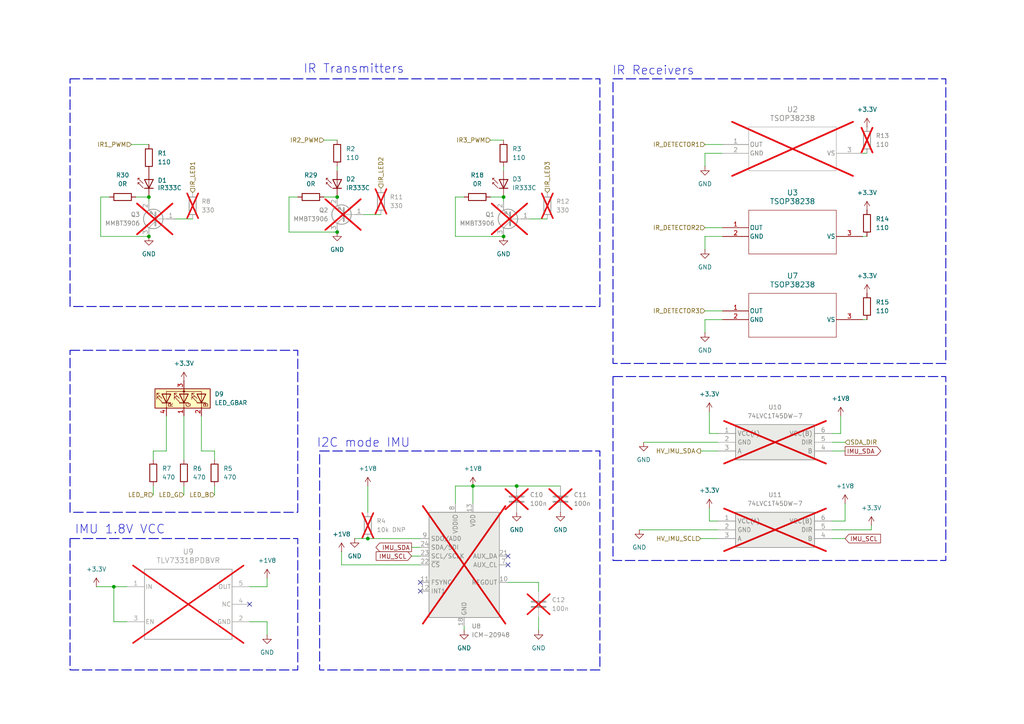
<source format=kicad_sch>
(kicad_sch
	(version 20250114)
	(generator "eeschema")
	(generator_version "9.0")
	(uuid "94147665-9912-4793-a04a-c14282d52a73")
	(paper "A4")
	(title_block
		(title "Smart Formica Sensors")
		(comment 1 "Author: Oliver Perez Fonolleras")
		(comment 2 "Checker: Joseph Butterworth")
	)
	(lib_symbols
		(symbol "2025-04-10_14-13-53:TSOP38238"
			(pin_names
				(offset 0.254)
			)
			(exclude_from_sim no)
			(in_bom yes)
			(on_board yes)
			(property "Reference" "U"
				(at 20.32 10.16 0)
				(effects
					(font
						(size 1.524 1.524)
					)
				)
			)
			(property "Value" "TSOP38238"
				(at 20.32 7.62 0)
				(effects
					(font
						(size 1.524 1.524)
					)
				)
			)
			(property "Footprint" "TSOP382"
				(at 0 0 0)
				(effects
					(font
						(size 1.27 1.27)
						(italic yes)
					)
					(hide yes)
				)
			)
			(property "Datasheet" "TSOP38238"
				(at 0 0 0)
				(effects
					(font
						(size 1.27 1.27)
						(italic yes)
					)
					(hide yes)
				)
			)
			(property "Description" ""
				(at 0 0 0)
				(effects
					(font
						(size 1.27 1.27)
					)
					(hide yes)
				)
			)
			(property "ki_locked" ""
				(at 0 0 0)
				(effects
					(font
						(size 1.27 1.27)
					)
				)
			)
			(property "ki_keywords" "TSOP38238"
				(at 0 0 0)
				(effects
					(font
						(size 1.27 1.27)
					)
					(hide yes)
				)
			)
			(property "ki_fp_filters" "TSOP382"
				(at 0 0 0)
				(effects
					(font
						(size 1.27 1.27)
					)
					(hide yes)
				)
			)
			(symbol "TSOP38238_0_1"
				(polyline
					(pts
						(xy 7.62 5.08) (xy 7.62 -7.62)
					)
					(stroke
						(width 0.127)
						(type default)
					)
					(fill
						(type none)
					)
				)
				(polyline
					(pts
						(xy 7.62 -7.62) (xy 33.02 -7.62)
					)
					(stroke
						(width 0.127)
						(type default)
					)
					(fill
						(type none)
					)
				)
				(polyline
					(pts
						(xy 33.02 5.08) (xy 7.62 5.08)
					)
					(stroke
						(width 0.127)
						(type default)
					)
					(fill
						(type none)
					)
				)
				(polyline
					(pts
						(xy 33.02 -7.62) (xy 33.02 5.08)
					)
					(stroke
						(width 0.127)
						(type default)
					)
					(fill
						(type none)
					)
				)
				(pin output line
					(at 0 0 0)
					(length 7.62)
					(name "OUT"
						(effects
							(font
								(size 1.27 1.27)
							)
						)
					)
					(number "1"
						(effects
							(font
								(size 1.27 1.27)
							)
						)
					)
				)
				(pin power_out line
					(at 0 -2.54 0)
					(length 7.62)
					(name "GND"
						(effects
							(font
								(size 1.27 1.27)
							)
						)
					)
					(number "2"
						(effects
							(font
								(size 1.27 1.27)
							)
						)
					)
				)
				(pin power_in line
					(at 40.64 -2.54 180)
					(length 7.62)
					(name "VS"
						(effects
							(font
								(size 1.27 1.27)
							)
						)
					)
					(number "3"
						(effects
							(font
								(size 1.27 1.27)
							)
						)
					)
				)
			)
			(embedded_fonts no)
		)
		(symbol "Converter_DCDC:TLV73318PDBVR"
			(pin_names
				(offset 0.254)
			)
			(exclude_from_sim no)
			(in_bom yes)
			(on_board yes)
			(property "Reference" "U"
				(at 0 2.54 0)
				(effects
					(font
						(size 1.524 1.524)
					)
				)
			)
			(property "Value" "TLV73318PDBVR"
				(at 0 0 0)
				(effects
					(font
						(size 1.524 1.524)
					)
				)
			)
			(property "Footprint" "DBV0005A_N"
				(at 0 0 0)
				(effects
					(font
						(size 1.27 1.27)
						(italic yes)
					)
					(hide yes)
				)
			)
			(property "Datasheet" "TLV73318PDBVR"
				(at 0 0 0)
				(effects
					(font
						(size 1.27 1.27)
						(italic yes)
					)
					(hide yes)
				)
			)
			(property "Description" ""
				(at 0 0 0)
				(effects
					(font
						(size 1.27 1.27)
					)
					(hide yes)
				)
			)
			(property "ki_locked" ""
				(at 0 0 0)
				(effects
					(font
						(size 1.27 1.27)
					)
				)
			)
			(property "ki_keywords" "TLV73318PDBVR"
				(at 0 0 0)
				(effects
					(font
						(size 1.27 1.27)
					)
					(hide yes)
				)
			)
			(property "ki_fp_filters" "DBV0005A_N DBV0005A_M DBV0005A_L"
				(at 0 0 0)
				(effects
					(font
						(size 1.27 1.27)
					)
					(hide yes)
				)
			)
			(symbol "TLV73318PDBVR_0_1"
				(polyline
					(pts
						(xy -12.7 10.16) (xy -12.7 -10.16)
					)
					(stroke
						(width 0.2032)
						(type default)
					)
					(fill
						(type none)
					)
				)
				(polyline
					(pts
						(xy -12.7 -10.16) (xy 12.7 -10.16)
					)
					(stroke
						(width 0.2032)
						(type default)
					)
					(fill
						(type none)
					)
				)
				(polyline
					(pts
						(xy 12.7 10.16) (xy -12.7 10.16)
					)
					(stroke
						(width 0.2032)
						(type default)
					)
					(fill
						(type none)
					)
				)
				(polyline
					(pts
						(xy 12.7 -10.16) (xy 12.7 10.16)
					)
					(stroke
						(width 0.2032)
						(type default)
					)
					(fill
						(type none)
					)
				)
				(pin power_in line
					(at -17.78 5.08 0)
					(length 5.08)
					(name "IN"
						(effects
							(font
								(size 1.27 1.27)
							)
						)
					)
					(number "1"
						(effects
							(font
								(size 1.27 1.27)
							)
						)
					)
				)
				(pin input line
					(at -17.78 -5.08 0)
					(length 5.08)
					(name "EN"
						(effects
							(font
								(size 1.27 1.27)
							)
						)
					)
					(number "3"
						(effects
							(font
								(size 1.27 1.27)
							)
						)
					)
				)
				(pin power_in line
					(at 17.78 5.08 180)
					(length 5.08)
					(name "OUT"
						(effects
							(font
								(size 1.27 1.27)
							)
						)
					)
					(number "5"
						(effects
							(font
								(size 1.27 1.27)
							)
						)
					)
				)
				(pin unspecified line
					(at 17.78 0 180)
					(length 5.08)
					(name "NC"
						(effects
							(font
								(size 1.27 1.27)
							)
						)
					)
					(number "4"
						(effects
							(font
								(size 1.27 1.27)
							)
						)
					)
				)
				(pin power_in line
					(at 17.78 -5.08 180)
					(length 5.08)
					(name "GND"
						(effects
							(font
								(size 1.27 1.27)
							)
						)
					)
					(number "2"
						(effects
							(font
								(size 1.27 1.27)
							)
						)
					)
				)
			)
			(embedded_fonts no)
		)
		(symbol "Device:C"
			(pin_numbers
				(hide yes)
			)
			(pin_names
				(offset 0.254)
			)
			(exclude_from_sim no)
			(in_bom yes)
			(on_board yes)
			(property "Reference" "C"
				(at 0.635 2.54 0)
				(effects
					(font
						(size 1.27 1.27)
					)
					(justify left)
				)
			)
			(property "Value" "C"
				(at 0.635 -2.54 0)
				(effects
					(font
						(size 1.27 1.27)
					)
					(justify left)
				)
			)
			(property "Footprint" ""
				(at 0.9652 -3.81 0)
				(effects
					(font
						(size 1.27 1.27)
					)
					(hide yes)
				)
			)
			(property "Datasheet" "~"
				(at 0 0 0)
				(effects
					(font
						(size 1.27 1.27)
					)
					(hide yes)
				)
			)
			(property "Description" "Unpolarized capacitor"
				(at 0 0 0)
				(effects
					(font
						(size 1.27 1.27)
					)
					(hide yes)
				)
			)
			(property "ki_keywords" "cap capacitor"
				(at 0 0 0)
				(effects
					(font
						(size 1.27 1.27)
					)
					(hide yes)
				)
			)
			(property "ki_fp_filters" "C_*"
				(at 0 0 0)
				(effects
					(font
						(size 1.27 1.27)
					)
					(hide yes)
				)
			)
			(symbol "C_0_1"
				(polyline
					(pts
						(xy -2.032 0.762) (xy 2.032 0.762)
					)
					(stroke
						(width 0.508)
						(type default)
					)
					(fill
						(type none)
					)
				)
				(polyline
					(pts
						(xy -2.032 -0.762) (xy 2.032 -0.762)
					)
					(stroke
						(width 0.508)
						(type default)
					)
					(fill
						(type none)
					)
				)
			)
			(symbol "C_1_1"
				(pin passive line
					(at 0 3.81 270)
					(length 2.794)
					(name "~"
						(effects
							(font
								(size 1.27 1.27)
							)
						)
					)
					(number "1"
						(effects
							(font
								(size 1.27 1.27)
							)
						)
					)
				)
				(pin passive line
					(at 0 -3.81 90)
					(length 2.794)
					(name "~"
						(effects
							(font
								(size 1.27 1.27)
							)
						)
					)
					(number "2"
						(effects
							(font
								(size 1.27 1.27)
							)
						)
					)
				)
			)
			(embedded_fonts no)
		)
		(symbol "Device:LED_GBAR"
			(pin_names
				(offset 0)
				(hide yes)
			)
			(exclude_from_sim no)
			(in_bom yes)
			(on_board yes)
			(property "Reference" "D"
				(at 0 9.398 0)
				(effects
					(font
						(size 1.27 1.27)
					)
				)
			)
			(property "Value" "LED_GBAR"
				(at 0 -8.89 0)
				(effects
					(font
						(size 1.27 1.27)
					)
				)
			)
			(property "Footprint" ""
				(at 0 -1.27 0)
				(effects
					(font
						(size 1.27 1.27)
					)
					(hide yes)
				)
			)
			(property "Datasheet" "~"
				(at 0 -1.27 0)
				(effects
					(font
						(size 1.27 1.27)
					)
					(hide yes)
				)
			)
			(property "Description" "RGB LED, green/blue/anode/red"
				(at 0 0 0)
				(effects
					(font
						(size 1.27 1.27)
					)
					(hide yes)
				)
			)
			(property "ki_keywords" "LED RGB diode"
				(at 0 0 0)
				(effects
					(font
						(size 1.27 1.27)
					)
					(hide yes)
				)
			)
			(property "ki_fp_filters" "LED* LED_SMD:* LED_THT:*"
				(at 0 0 0)
				(effects
					(font
						(size 1.27 1.27)
					)
					(hide yes)
				)
			)
			(symbol "LED_GBAR_0_0"
				(text "R"
					(at -1.905 3.81 0)
					(effects
						(font
							(size 1.27 1.27)
						)
					)
				)
				(text "G"
					(at -1.905 -1.27 0)
					(effects
						(font
							(size 1.27 1.27)
						)
					)
				)
				(text "B"
					(at -1.905 -6.35 0)
					(effects
						(font
							(size 1.27 1.27)
						)
					)
				)
			)
			(symbol "LED_GBAR_0_1"
				(polyline
					(pts
						(xy -1.27 6.35) (xy -1.27 3.81)
					)
					(stroke
						(width 0.254)
						(type default)
					)
					(fill
						(type none)
					)
				)
				(polyline
					(pts
						(xy -1.27 6.35) (xy -1.27 3.81) (xy -1.27 3.81)
					)
					(stroke
						(width 0)
						(type default)
					)
					(fill
						(type none)
					)
				)
				(polyline
					(pts
						(xy -1.27 5.08) (xy -2.54 5.08)
					)
					(stroke
						(width 0)
						(type default)
					)
					(fill
						(type none)
					)
				)
				(polyline
					(pts
						(xy -1.27 5.08) (xy 1.27 5.08)
					)
					(stroke
						(width 0)
						(type default)
					)
					(fill
						(type none)
					)
				)
				(polyline
					(pts
						(xy -1.27 1.27) (xy -1.27 -1.27)
					)
					(stroke
						(width 0.254)
						(type default)
					)
					(fill
						(type none)
					)
				)
				(polyline
					(pts
						(xy -1.27 1.27) (xy -1.27 -1.27) (xy -1.27 -1.27)
					)
					(stroke
						(width 0)
						(type default)
					)
					(fill
						(type none)
					)
				)
				(polyline
					(pts
						(xy -1.27 0) (xy -2.54 0)
					)
					(stroke
						(width 0)
						(type default)
					)
					(fill
						(type none)
					)
				)
				(polyline
					(pts
						(xy -1.27 -3.81) (xy -1.27 -6.35)
					)
					(stroke
						(width 0.254)
						(type default)
					)
					(fill
						(type none)
					)
				)
				(polyline
					(pts
						(xy -1.27 -5.08) (xy -2.54 -5.08)
					)
					(stroke
						(width 0)
						(type default)
					)
					(fill
						(type none)
					)
				)
				(polyline
					(pts
						(xy -1.27 -5.08) (xy 1.27 -5.08)
					)
					(stroke
						(width 0)
						(type default)
					)
					(fill
						(type none)
					)
				)
				(polyline
					(pts
						(xy -1.016 6.35) (xy 0.508 7.874) (xy -0.254 7.874) (xy 0.508 7.874) (xy 0.508 7.112)
					)
					(stroke
						(width 0)
						(type default)
					)
					(fill
						(type none)
					)
				)
				(polyline
					(pts
						(xy -1.016 1.27) (xy 0.508 2.794) (xy -0.254 2.794) (xy 0.508 2.794) (xy 0.508 2.032)
					)
					(stroke
						(width 0)
						(type default)
					)
					(fill
						(type none)
					)
				)
				(polyline
					(pts
						(xy -1.016 -3.81) (xy 0.508 -2.286) (xy -0.254 -2.286) (xy 0.508 -2.286) (xy 0.508 -3.048)
					)
					(stroke
						(width 0)
						(type default)
					)
					(fill
						(type none)
					)
				)
				(polyline
					(pts
						(xy 0 6.35) (xy 1.524 7.874) (xy 0.762 7.874) (xy 1.524 7.874) (xy 1.524 7.112)
					)
					(stroke
						(width 0)
						(type default)
					)
					(fill
						(type none)
					)
				)
				(polyline
					(pts
						(xy 0 1.27) (xy 1.524 2.794) (xy 0.762 2.794) (xy 1.524 2.794) (xy 1.524 2.032)
					)
					(stroke
						(width 0)
						(type default)
					)
					(fill
						(type none)
					)
				)
				(polyline
					(pts
						(xy 0 -3.81) (xy 1.524 -2.286) (xy 0.762 -2.286) (xy 1.524 -2.286) (xy 1.524 -3.048)
					)
					(stroke
						(width 0)
						(type default)
					)
					(fill
						(type none)
					)
				)
				(polyline
					(pts
						(xy 1.27 6.35) (xy 1.27 3.81) (xy -1.27 5.08) (xy 1.27 6.35)
					)
					(stroke
						(width 0.254)
						(type default)
					)
					(fill
						(type none)
					)
				)
				(rectangle
					(start 1.27 6.35)
					(end 1.27 6.35)
					(stroke
						(width 0)
						(type default)
					)
					(fill
						(type none)
					)
				)
				(rectangle
					(start 1.27 3.81)
					(end 1.27 6.35)
					(stroke
						(width 0)
						(type default)
					)
					(fill
						(type none)
					)
				)
				(polyline
					(pts
						(xy 1.27 1.27) (xy 1.27 -1.27) (xy -1.27 0) (xy 1.27 1.27)
					)
					(stroke
						(width 0.254)
						(type default)
					)
					(fill
						(type none)
					)
				)
				(rectangle
					(start 1.27 1.27)
					(end 1.27 1.27)
					(stroke
						(width 0)
						(type default)
					)
					(fill
						(type none)
					)
				)
				(polyline
					(pts
						(xy 1.27 0) (xy -1.27 0)
					)
					(stroke
						(width 0)
						(type default)
					)
					(fill
						(type none)
					)
				)
				(polyline
					(pts
						(xy 1.27 0) (xy 2.54 0)
					)
					(stroke
						(width 0)
						(type default)
					)
					(fill
						(type none)
					)
				)
				(rectangle
					(start 1.27 -1.27)
					(end 1.27 1.27)
					(stroke
						(width 0)
						(type default)
					)
					(fill
						(type none)
					)
				)
				(polyline
					(pts
						(xy 1.27 -3.81) (xy 1.27 -6.35) (xy -1.27 -5.08) (xy 1.27 -3.81)
					)
					(stroke
						(width 0.254)
						(type default)
					)
					(fill
						(type none)
					)
				)
				(polyline
					(pts
						(xy 1.27 -5.08) (xy 2.032 -5.08) (xy 2.032 5.08) (xy 1.27 5.08)
					)
					(stroke
						(width 0)
						(type default)
					)
					(fill
						(type none)
					)
				)
				(circle
					(center 2.032 0)
					(radius 0.254)
					(stroke
						(width 0)
						(type default)
					)
					(fill
						(type outline)
					)
				)
				(rectangle
					(start 2.794 8.382)
					(end -2.794 -7.62)
					(stroke
						(width 0.254)
						(type default)
					)
					(fill
						(type background)
					)
				)
			)
			(symbol "LED_GBAR_1_1"
				(pin passive line
					(at -5.08 5.08 0)
					(length 2.54)
					(name "RK"
						(effects
							(font
								(size 1.27 1.27)
							)
						)
					)
					(number "4"
						(effects
							(font
								(size 1.27 1.27)
							)
						)
					)
				)
				(pin passive line
					(at -5.08 0 0)
					(length 2.54)
					(name "GK"
						(effects
							(font
								(size 1.27 1.27)
							)
						)
					)
					(number "1"
						(effects
							(font
								(size 1.27 1.27)
							)
						)
					)
				)
				(pin passive line
					(at -5.08 -5.08 0)
					(length 2.54)
					(name "BK"
						(effects
							(font
								(size 1.27 1.27)
							)
						)
					)
					(number "2"
						(effects
							(font
								(size 1.27 1.27)
							)
						)
					)
				)
				(pin passive line
					(at 5.08 0 180)
					(length 2.54)
					(name "A"
						(effects
							(font
								(size 1.27 1.27)
							)
						)
					)
					(number "3"
						(effects
							(font
								(size 1.27 1.27)
							)
						)
					)
				)
			)
			(embedded_fonts no)
		)
		(symbol "Device:R"
			(pin_numbers
				(hide yes)
			)
			(pin_names
				(offset 0)
			)
			(exclude_from_sim no)
			(in_bom yes)
			(on_board yes)
			(property "Reference" "R"
				(at 2.032 0 90)
				(effects
					(font
						(size 1.27 1.27)
					)
				)
			)
			(property "Value" "R"
				(at 0 0 90)
				(effects
					(font
						(size 1.27 1.27)
					)
				)
			)
			(property "Footprint" ""
				(at -1.778 0 90)
				(effects
					(font
						(size 1.27 1.27)
					)
					(hide yes)
				)
			)
			(property "Datasheet" "~"
				(at 0 0 0)
				(effects
					(font
						(size 1.27 1.27)
					)
					(hide yes)
				)
			)
			(property "Description" "Resistor"
				(at 0 0 0)
				(effects
					(font
						(size 1.27 1.27)
					)
					(hide yes)
				)
			)
			(property "ki_keywords" "R res resistor"
				(at 0 0 0)
				(effects
					(font
						(size 1.27 1.27)
					)
					(hide yes)
				)
			)
			(property "ki_fp_filters" "R_*"
				(at 0 0 0)
				(effects
					(font
						(size 1.27 1.27)
					)
					(hide yes)
				)
			)
			(symbol "R_0_1"
				(rectangle
					(start -1.016 -2.54)
					(end 1.016 2.54)
					(stroke
						(width 0.254)
						(type default)
					)
					(fill
						(type none)
					)
				)
			)
			(symbol "R_1_1"
				(pin passive line
					(at 0 3.81 270)
					(length 1.27)
					(name "~"
						(effects
							(font
								(size 1.27 1.27)
							)
						)
					)
					(number "1"
						(effects
							(font
								(size 1.27 1.27)
							)
						)
					)
				)
				(pin passive line
					(at 0 -3.81 90)
					(length 1.27)
					(name "~"
						(effects
							(font
								(size 1.27 1.27)
							)
						)
					)
					(number "2"
						(effects
							(font
								(size 1.27 1.27)
							)
						)
					)
				)
			)
			(embedded_fonts no)
		)
		(symbol "Interface:74LVC1T45DW-7"
			(exclude_from_sim no)
			(in_bom yes)
			(on_board yes)
			(property "Reference" "IC"
				(at 29.21 7.62 0)
				(effects
					(font
						(size 1.27 1.27)
					)
					(justify left top)
				)
			)
			(property "Value" "74LVC1T45DW-7"
				(at 29.21 5.08 0)
				(effects
					(font
						(size 1.27 1.27)
					)
					(justify left top)
				)
			)
			(property "Footprint" "SOT65P210X110-6N"
				(at 29.21 -94.92 0)
				(effects
					(font
						(size 1.27 1.27)
					)
					(justify left top)
					(hide yes)
				)
			)
			(property "Datasheet" "https://www.diodes.com//assets/Datasheets/74LVC1T45.pdf"
				(at 29.21 -194.92 0)
				(effects
					(font
						(size 1.27 1.27)
					)
					(justify left top)
					(hide yes)
				)
			)
			(property "Description" "Voltage Level Translator 1-CH Bidirectional 6-Pin SOT-363 T/R"
				(at 0 0 0)
				(effects
					(font
						(size 1.27 1.27)
					)
					(hide yes)
				)
			)
			(property "Height" "1.1"
				(at 29.21 -394.92 0)
				(effects
					(font
						(size 1.27 1.27)
					)
					(justify left top)
					(hide yes)
				)
			)
			(property "Mouser Part Number" "621-74LVC1T45DW-7"
				(at 29.21 -494.92 0)
				(effects
					(font
						(size 1.27 1.27)
					)
					(justify left top)
					(hide yes)
				)
			)
			(property "Mouser Price/Stock" "https://www.mouser.co.uk/ProductDetail/Diodes-Incorporated/74LVC1T45DW-7?qs=Oxncjon6mbplzGvxR3UXkA%3D%3D"
				(at 29.21 -594.92 0)
				(effects
					(font
						(size 1.27 1.27)
					)
					(justify left top)
					(hide yes)
				)
			)
			(property "Manufacturer_Name" "Diodes Incorporated"
				(at 29.21 -694.92 0)
				(effects
					(font
						(size 1.27 1.27)
					)
					(justify left top)
					(hide yes)
				)
			)
			(property "Manufacturer_Part_Number" "74LVC1T45DW-7"
				(at 29.21 -794.92 0)
				(effects
					(font
						(size 1.27 1.27)
					)
					(justify left top)
					(hide yes)
				)
			)
			(symbol "74LVC1T45DW-7_1_1"
				(rectangle
					(start 5.08 2.54)
					(end 27.94 -7.62)
					(stroke
						(width 0.254)
						(type default)
					)
					(fill
						(type background)
					)
				)
				(pin passive line
					(at 0 0 0)
					(length 5.08)
					(name "VCC(A)"
						(effects
							(font
								(size 1.27 1.27)
							)
						)
					)
					(number "1"
						(effects
							(font
								(size 1.27 1.27)
							)
						)
					)
				)
				(pin passive line
					(at 0 -2.54 0)
					(length 5.08)
					(name "GND"
						(effects
							(font
								(size 1.27 1.27)
							)
						)
					)
					(number "2"
						(effects
							(font
								(size 1.27 1.27)
							)
						)
					)
				)
				(pin passive line
					(at 0 -5.08 0)
					(length 5.08)
					(name "A"
						(effects
							(font
								(size 1.27 1.27)
							)
						)
					)
					(number "3"
						(effects
							(font
								(size 1.27 1.27)
							)
						)
					)
				)
				(pin passive line
					(at 33.02 0 180)
					(length 5.08)
					(name "VCC(B)"
						(effects
							(font
								(size 1.27 1.27)
							)
						)
					)
					(number "6"
						(effects
							(font
								(size 1.27 1.27)
							)
						)
					)
				)
				(pin passive line
					(at 33.02 -2.54 180)
					(length 5.08)
					(name "DIR"
						(effects
							(font
								(size 1.27 1.27)
							)
						)
					)
					(number "5"
						(effects
							(font
								(size 1.27 1.27)
							)
						)
					)
				)
				(pin passive line
					(at 33.02 -5.08 180)
					(length 5.08)
					(name "B"
						(effects
							(font
								(size 1.27 1.27)
							)
						)
					)
					(number "4"
						(effects
							(font
								(size 1.27 1.27)
							)
						)
					)
				)
			)
			(embedded_fonts no)
		)
		(symbol "LED:CQY99"
			(pin_numbers
				(hide yes)
			)
			(pin_names
				(offset 1.016)
				(hide yes)
			)
			(exclude_from_sim no)
			(in_bom yes)
			(on_board yes)
			(property "Reference" "D"
				(at 0.508 1.778 0)
				(effects
					(font
						(size 1.27 1.27)
					)
					(justify left)
				)
			)
			(property "Value" "CQY99"
				(at -1.016 -2.794 0)
				(effects
					(font
						(size 1.27 1.27)
					)
				)
			)
			(property "Footprint" "LED_THT:LED_D5.0mm_IRGrey"
				(at 0 4.445 0)
				(effects
					(font
						(size 1.27 1.27)
					)
					(hide yes)
				)
			)
			(property "Datasheet" "https://www.prtice.info/IMG/pdf/CQY99.pdf"
				(at -1.27 0 0)
				(effects
					(font
						(size 1.27 1.27)
					)
					(hide yes)
				)
			)
			(property "Description" "950nm IR-LED, 5mm"
				(at 0 0 0)
				(effects
					(font
						(size 1.27 1.27)
					)
					(hide yes)
				)
			)
			(property "ki_keywords" "IR LED"
				(at 0 0 0)
				(effects
					(font
						(size 1.27 1.27)
					)
					(hide yes)
				)
			)
			(property "ki_fp_filters" "LED*5.0mm*IRGrey*"
				(at 0 0 0)
				(effects
					(font
						(size 1.27 1.27)
					)
					(hide yes)
				)
			)
			(symbol "CQY99_0_1"
				(polyline
					(pts
						(xy -2.54 1.27) (xy -2.54 -1.27)
					)
					(stroke
						(width 0.254)
						(type default)
					)
					(fill
						(type none)
					)
				)
				(polyline
					(pts
						(xy -2.413 1.651) (xy -0.889 3.175) (xy -0.889 2.667) (xy -0.889 3.175) (xy -1.397 3.175)
					)
					(stroke
						(width 0)
						(type default)
					)
					(fill
						(type none)
					)
				)
				(polyline
					(pts
						(xy -1.143 1.651) (xy 0.381 3.175) (xy 0.381 2.667)
					)
					(stroke
						(width 0)
						(type default)
					)
					(fill
						(type none)
					)
				)
				(polyline
					(pts
						(xy 0 0) (xy -2.54 0)
					)
					(stroke
						(width 0)
						(type default)
					)
					(fill
						(type none)
					)
				)
				(polyline
					(pts
						(xy 0 -1.27) (xy -2.54 0) (xy 0 1.27) (xy 0 -1.27)
					)
					(stroke
						(width 0.254)
						(type default)
					)
					(fill
						(type none)
					)
				)
				(polyline
					(pts
						(xy 0.381 3.175) (xy -0.127 3.175)
					)
					(stroke
						(width 0)
						(type default)
					)
					(fill
						(type none)
					)
				)
			)
			(symbol "CQY99_1_1"
				(pin passive line
					(at -5.08 0 0)
					(length 2.54)
					(name "K"
						(effects
							(font
								(size 1.27 1.27)
							)
						)
					)
					(number "1"
						(effects
							(font
								(size 1.27 1.27)
							)
						)
					)
				)
				(pin passive line
					(at 2.54 0 180)
					(length 2.54)
					(name "A"
						(effects
							(font
								(size 1.27 1.27)
							)
						)
					)
					(number "2"
						(effects
							(font
								(size 1.27 1.27)
							)
						)
					)
				)
			)
			(embedded_fonts no)
		)
		(symbol "Sensor_Motion:ICM-20948"
			(exclude_from_sim no)
			(in_bom yes)
			(on_board yes)
			(property "Reference" "U"
				(at -11.43 16.51 0)
				(effects
					(font
						(size 1.27 1.27)
					)
				)
			)
			(property "Value" "ICM-20948"
				(at 7.62 -16.51 0)
				(effects
					(font
						(size 1.27 1.27)
					)
				)
			)
			(property "Footprint" "Sensor_Motion:InvenSense_QFN-24_3x3mm_P0.4mm"
				(at 0 -25.4 0)
				(effects
					(font
						(size 1.27 1.27)
					)
					(hide yes)
				)
			)
			(property "Datasheet" "http://www.invensense.com/wp-content/uploads/2016/06/DS-000189-ICM-20948-v1.3.pdf"
				(at 0 -3.81 0)
				(effects
					(font
						(size 1.27 1.27)
					)
					(hide yes)
				)
			)
			(property "Description" "InvenSense 9-Axis Motion Sensor, Accelerometer, Gyroscope, Compass, I2C/SPI, QFN-24"
				(at 0 0 0)
				(effects
					(font
						(size 1.27 1.27)
					)
					(hide yes)
				)
			)
			(property "ki_keywords" "mems magnetometer"
				(at 0 0 0)
				(effects
					(font
						(size 1.27 1.27)
					)
					(hide yes)
				)
			)
			(property "ki_fp_filters" "InvenSense?QFN*3x3mm*P0.4mm*"
				(at 0 0 0)
				(effects
					(font
						(size 1.27 1.27)
					)
					(hide yes)
				)
			)
			(symbol "ICM-20948_0_1"
				(rectangle
					(start -10.16 15.24)
					(end 10.16 -15.24)
					(stroke
						(width 0.254)
						(type default)
					)
					(fill
						(type background)
					)
				)
			)
			(symbol "ICM-20948_1_1"
				(pin bidirectional line
					(at -12.7 7.62 0)
					(length 2.54)
					(name "SDO/AD0"
						(effects
							(font
								(size 1.27 1.27)
							)
						)
					)
					(number "9"
						(effects
							(font
								(size 1.27 1.27)
							)
						)
					)
				)
				(pin bidirectional line
					(at -12.7 5.08 0)
					(length 2.54)
					(name "SDA/SDI"
						(effects
							(font
								(size 1.27 1.27)
							)
						)
					)
					(number "24"
						(effects
							(font
								(size 1.27 1.27)
							)
						)
					)
				)
				(pin input line
					(at -12.7 2.54 0)
					(length 2.54)
					(name "SCL/SCLK"
						(effects
							(font
								(size 1.27 1.27)
							)
						)
					)
					(number "23"
						(effects
							(font
								(size 1.27 1.27)
							)
						)
					)
				)
				(pin input line
					(at -12.7 0 0)
					(length 2.54)
					(name "~{CS}"
						(effects
							(font
								(size 1.27 1.27)
							)
						)
					)
					(number "22"
						(effects
							(font
								(size 1.27 1.27)
							)
						)
					)
				)
				(pin input line
					(at -12.7 -5.08 0)
					(length 2.54)
					(name "FSYNC"
						(effects
							(font
								(size 1.27 1.27)
							)
						)
					)
					(number "11"
						(effects
							(font
								(size 1.27 1.27)
							)
						)
					)
				)
				(pin output line
					(at -12.7 -7.62 0)
					(length 2.54)
					(name "INT1"
						(effects
							(font
								(size 1.27 1.27)
							)
						)
					)
					(number "12"
						(effects
							(font
								(size 1.27 1.27)
							)
						)
					)
				)
				(pin no_connect line
					(at -10.16 12.7 0)
					(length 2.54)
					(hide yes)
					(name "NC"
						(effects
							(font
								(size 1.27 1.27)
							)
						)
					)
					(number "1"
						(effects
							(font
								(size 1.27 1.27)
							)
						)
					)
				)
				(pin no_connect line
					(at -10.16 10.16 0)
					(length 2.54)
					(hide yes)
					(name "NC"
						(effects
							(font
								(size 1.27 1.27)
							)
						)
					)
					(number "2"
						(effects
							(font
								(size 1.27 1.27)
							)
						)
					)
				)
				(pin no_connect line
					(at -10.16 -2.54 0)
					(length 2.54)
					(hide yes)
					(name "NC"
						(effects
							(font
								(size 1.27 1.27)
							)
						)
					)
					(number "3"
						(effects
							(font
								(size 1.27 1.27)
							)
						)
					)
				)
				(pin no_connect line
					(at -10.16 -10.16 0)
					(length 2.54)
					(hide yes)
					(name "NC"
						(effects
							(font
								(size 1.27 1.27)
							)
						)
					)
					(number "4"
						(effects
							(font
								(size 1.27 1.27)
							)
						)
					)
				)
				(pin no_connect line
					(at -10.16 -12.7 0)
					(length 2.54)
					(hide yes)
					(name "NC"
						(effects
							(font
								(size 1.27 1.27)
							)
						)
					)
					(number "5"
						(effects
							(font
								(size 1.27 1.27)
							)
						)
					)
				)
				(pin power_in line
					(at -2.54 17.78 270)
					(length 2.54)
					(name "VDDIO"
						(effects
							(font
								(size 1.27 1.27)
							)
						)
					)
					(number "8"
						(effects
							(font
								(size 1.27 1.27)
							)
						)
					)
				)
				(pin power_in line
					(at 0 -17.78 90)
					(length 2.54)
					(name "GND"
						(effects
							(font
								(size 1.27 1.27)
							)
						)
					)
					(number "18"
						(effects
							(font
								(size 1.27 1.27)
							)
						)
					)
				)
				(pin passive line
					(at 0 -17.78 90)
					(length 2.54)
					(hide yes)
					(name "GND"
						(effects
							(font
								(size 1.27 1.27)
							)
						)
					)
					(number "20"
						(effects
							(font
								(size 1.27 1.27)
							)
						)
					)
				)
				(pin power_in line
					(at 2.54 17.78 270)
					(length 2.54)
					(name "VDD"
						(effects
							(font
								(size 1.27 1.27)
							)
						)
					)
					(number "13"
						(effects
							(font
								(size 1.27 1.27)
							)
						)
					)
				)
				(pin no_connect line
					(at 10.16 10.16 180)
					(length 2.54)
					(hide yes)
					(name "NC"
						(effects
							(font
								(size 1.27 1.27)
							)
						)
					)
					(number "6"
						(effects
							(font
								(size 1.27 1.27)
							)
						)
					)
				)
				(pin no_connect line
					(at 10.16 7.62 180)
					(length 2.54)
					(hide yes)
					(name "NC"
						(effects
							(font
								(size 1.27 1.27)
							)
						)
					)
					(number "14"
						(effects
							(font
								(size 1.27 1.27)
							)
						)
					)
				)
				(pin no_connect line
					(at 10.16 5.08 180)
					(length 2.54)
					(hide yes)
					(name "NC"
						(effects
							(font
								(size 1.27 1.27)
							)
						)
					)
					(number "15"
						(effects
							(font
								(size 1.27 1.27)
							)
						)
					)
				)
				(pin no_connect line
					(at 10.16 -7.62 180)
					(length 2.54)
					(hide yes)
					(name "NC"
						(effects
							(font
								(size 1.27 1.27)
							)
						)
					)
					(number "16"
						(effects
							(font
								(size 1.27 1.27)
							)
						)
					)
				)
				(pin no_connect line
					(at 10.16 -10.16 180)
					(length 2.54)
					(hide yes)
					(name "NC"
						(effects
							(font
								(size 1.27 1.27)
							)
						)
					)
					(number "17"
						(effects
							(font
								(size 1.27 1.27)
							)
						)
					)
				)
				(pin no_connect line
					(at 10.16 -12.7 180)
					(length 2.54)
					(hide yes)
					(name "RESV"
						(effects
							(font
								(size 1.27 1.27)
							)
						)
					)
					(number "19"
						(effects
							(font
								(size 1.27 1.27)
							)
						)
					)
				)
				(pin bidirectional line
					(at 12.7 2.54 180)
					(length 2.54)
					(name "AUX_DA"
						(effects
							(font
								(size 1.27 1.27)
							)
						)
					)
					(number "21"
						(effects
							(font
								(size 1.27 1.27)
							)
						)
					)
				)
				(pin output line
					(at 12.7 0 180)
					(length 2.54)
					(name "AUX_CL"
						(effects
							(font
								(size 1.27 1.27)
							)
						)
					)
					(number "7"
						(effects
							(font
								(size 1.27 1.27)
							)
						)
					)
				)
				(pin passive line
					(at 12.7 -5.08 180)
					(length 2.54)
					(name "REGOUT"
						(effects
							(font
								(size 1.27 1.27)
							)
						)
					)
					(number "10"
						(effects
							(font
								(size 1.27 1.27)
							)
						)
					)
				)
			)
			(embedded_fonts no)
		)
		(symbol "Transistor_BJT:MMBT3906"
			(pin_names
				(offset 0)
				(hide yes)
			)
			(exclude_from_sim no)
			(in_bom yes)
			(on_board yes)
			(property "Reference" "Q"
				(at 5.08 1.905 0)
				(effects
					(font
						(size 1.27 1.27)
					)
					(justify left)
				)
			)
			(property "Value" "MMBT3906"
				(at 5.08 0 0)
				(effects
					(font
						(size 1.27 1.27)
					)
					(justify left)
				)
			)
			(property "Footprint" "Package_TO_SOT_SMD:SOT-23"
				(at 5.08 -1.905 0)
				(effects
					(font
						(size 1.27 1.27)
						(italic yes)
					)
					(justify left)
					(hide yes)
				)
			)
			(property "Datasheet" "https://www.onsemi.com/pdf/datasheet/pzt3906-d.pdf"
				(at 0 0 0)
				(effects
					(font
						(size 1.27 1.27)
					)
					(justify left)
					(hide yes)
				)
			)
			(property "Description" "-0.2A Ic, -40V Vce, Small Signal PNP Transistor, SOT-23"
				(at 0 0 0)
				(effects
					(font
						(size 1.27 1.27)
					)
					(hide yes)
				)
			)
			(property "ki_keywords" "PNP Transistor"
				(at 0 0 0)
				(effects
					(font
						(size 1.27 1.27)
					)
					(hide yes)
				)
			)
			(property "ki_fp_filters" "SOT?23*"
				(at 0 0 0)
				(effects
					(font
						(size 1.27 1.27)
					)
					(hide yes)
				)
			)
			(symbol "MMBT3906_0_1"
				(polyline
					(pts
						(xy -2.54 0) (xy 0.635 0)
					)
					(stroke
						(width 0)
						(type default)
					)
					(fill
						(type none)
					)
				)
				(polyline
					(pts
						(xy 0.635 1.905) (xy 0.635 -1.905)
					)
					(stroke
						(width 0.508)
						(type default)
					)
					(fill
						(type none)
					)
				)
				(polyline
					(pts
						(xy 0.635 0.635) (xy 2.54 2.54)
					)
					(stroke
						(width 0)
						(type default)
					)
					(fill
						(type none)
					)
				)
				(polyline
					(pts
						(xy 0.635 -0.635) (xy 2.54 -2.54)
					)
					(stroke
						(width 0)
						(type default)
					)
					(fill
						(type none)
					)
				)
				(circle
					(center 1.27 0)
					(radius 2.8194)
					(stroke
						(width 0.254)
						(type default)
					)
					(fill
						(type none)
					)
				)
				(polyline
					(pts
						(xy 2.286 -1.778) (xy 1.778 -2.286) (xy 1.27 -1.27) (xy 2.286 -1.778)
					)
					(stroke
						(width 0)
						(type default)
					)
					(fill
						(type outline)
					)
				)
			)
			(symbol "MMBT3906_1_1"
				(pin input line
					(at -5.08 0 0)
					(length 2.54)
					(name "B"
						(effects
							(font
								(size 1.27 1.27)
							)
						)
					)
					(number "1"
						(effects
							(font
								(size 1.27 1.27)
							)
						)
					)
				)
				(pin passive line
					(at 2.54 5.08 270)
					(length 2.54)
					(name "C"
						(effects
							(font
								(size 1.27 1.27)
							)
						)
					)
					(number "3"
						(effects
							(font
								(size 1.27 1.27)
							)
						)
					)
				)
				(pin passive line
					(at 2.54 -5.08 90)
					(length 2.54)
					(name "E"
						(effects
							(font
								(size 1.27 1.27)
							)
						)
					)
					(number "2"
						(effects
							(font
								(size 1.27 1.27)
							)
						)
					)
				)
			)
			(embedded_fonts no)
		)
		(symbol "power:+1V8"
			(power)
			(pin_numbers
				(hide yes)
			)
			(pin_names
				(offset 0)
				(hide yes)
			)
			(exclude_from_sim no)
			(in_bom yes)
			(on_board yes)
			(property "Reference" "#PWR"
				(at 0 -3.81 0)
				(effects
					(font
						(size 1.27 1.27)
					)
					(hide yes)
				)
			)
			(property "Value" "+1V8"
				(at 0 3.556 0)
				(effects
					(font
						(size 1.27 1.27)
					)
				)
			)
			(property "Footprint" ""
				(at 0 0 0)
				(effects
					(font
						(size 1.27 1.27)
					)
					(hide yes)
				)
			)
			(property "Datasheet" ""
				(at 0 0 0)
				(effects
					(font
						(size 1.27 1.27)
					)
					(hide yes)
				)
			)
			(property "Description" "Power symbol creates a global label with name \"+1V8\""
				(at 0 0 0)
				(effects
					(font
						(size 1.27 1.27)
					)
					(hide yes)
				)
			)
			(property "ki_keywords" "global power"
				(at 0 0 0)
				(effects
					(font
						(size 1.27 1.27)
					)
					(hide yes)
				)
			)
			(symbol "+1V8_0_1"
				(polyline
					(pts
						(xy -0.762 1.27) (xy 0 2.54)
					)
					(stroke
						(width 0)
						(type default)
					)
					(fill
						(type none)
					)
				)
				(polyline
					(pts
						(xy 0 2.54) (xy 0.762 1.27)
					)
					(stroke
						(width 0)
						(type default)
					)
					(fill
						(type none)
					)
				)
				(polyline
					(pts
						(xy 0 0) (xy 0 2.54)
					)
					(stroke
						(width 0)
						(type default)
					)
					(fill
						(type none)
					)
				)
			)
			(symbol "+1V8_1_1"
				(pin power_in line
					(at 0 0 90)
					(length 0)
					(name "~"
						(effects
							(font
								(size 1.27 1.27)
							)
						)
					)
					(number "1"
						(effects
							(font
								(size 1.27 1.27)
							)
						)
					)
				)
			)
			(embedded_fonts no)
		)
		(symbol "power:+3.3V"
			(power)
			(pin_numbers
				(hide yes)
			)
			(pin_names
				(offset 0)
				(hide yes)
			)
			(exclude_from_sim no)
			(in_bom yes)
			(on_board yes)
			(property "Reference" "#PWR"
				(at 0 -3.81 0)
				(effects
					(font
						(size 1.27 1.27)
					)
					(hide yes)
				)
			)
			(property "Value" "+3.3V"
				(at 0 3.556 0)
				(effects
					(font
						(size 1.27 1.27)
					)
				)
			)
			(property "Footprint" ""
				(at 0 0 0)
				(effects
					(font
						(size 1.27 1.27)
					)
					(hide yes)
				)
			)
			(property "Datasheet" ""
				(at 0 0 0)
				(effects
					(font
						(size 1.27 1.27)
					)
					(hide yes)
				)
			)
			(property "Description" "Power symbol creates a global label with name \"+3.3V\""
				(at 0 0 0)
				(effects
					(font
						(size 1.27 1.27)
					)
					(hide yes)
				)
			)
			(property "ki_keywords" "global power"
				(at 0 0 0)
				(effects
					(font
						(size 1.27 1.27)
					)
					(hide yes)
				)
			)
			(symbol "+3.3V_0_1"
				(polyline
					(pts
						(xy -0.762 1.27) (xy 0 2.54)
					)
					(stroke
						(width 0)
						(type default)
					)
					(fill
						(type none)
					)
				)
				(polyline
					(pts
						(xy 0 2.54) (xy 0.762 1.27)
					)
					(stroke
						(width 0)
						(type default)
					)
					(fill
						(type none)
					)
				)
				(polyline
					(pts
						(xy 0 0) (xy 0 2.54)
					)
					(stroke
						(width 0)
						(type default)
					)
					(fill
						(type none)
					)
				)
			)
			(symbol "+3.3V_1_1"
				(pin power_in line
					(at 0 0 90)
					(length 0)
					(name "~"
						(effects
							(font
								(size 1.27 1.27)
							)
						)
					)
					(number "1"
						(effects
							(font
								(size 1.27 1.27)
							)
						)
					)
				)
			)
			(embedded_fonts no)
		)
		(symbol "power:GND"
			(power)
			(pin_numbers
				(hide yes)
			)
			(pin_names
				(offset 0)
				(hide yes)
			)
			(exclude_from_sim no)
			(in_bom yes)
			(on_board yes)
			(property "Reference" "#PWR"
				(at 0 -6.35 0)
				(effects
					(font
						(size 1.27 1.27)
					)
					(hide yes)
				)
			)
			(property "Value" "GND"
				(at 0 -3.81 0)
				(effects
					(font
						(size 1.27 1.27)
					)
				)
			)
			(property "Footprint" ""
				(at 0 0 0)
				(effects
					(font
						(size 1.27 1.27)
					)
					(hide yes)
				)
			)
			(property "Datasheet" ""
				(at 0 0 0)
				(effects
					(font
						(size 1.27 1.27)
					)
					(hide yes)
				)
			)
			(property "Description" "Power symbol creates a global label with name \"GND\" , ground"
				(at 0 0 0)
				(effects
					(font
						(size 1.27 1.27)
					)
					(hide yes)
				)
			)
			(property "ki_keywords" "global power"
				(at 0 0 0)
				(effects
					(font
						(size 1.27 1.27)
					)
					(hide yes)
				)
			)
			(symbol "GND_0_1"
				(polyline
					(pts
						(xy 0 0) (xy 0 -1.27) (xy 1.27 -1.27) (xy 0 -2.54) (xy -1.27 -1.27) (xy 0 -1.27)
					)
					(stroke
						(width 0)
						(type default)
					)
					(fill
						(type none)
					)
				)
			)
			(symbol "GND_1_1"
				(pin power_in line
					(at 0 0 270)
					(length 0)
					(name "~"
						(effects
							(font
								(size 1.27 1.27)
							)
						)
					)
					(number "1"
						(effects
							(font
								(size 1.27 1.27)
							)
						)
					)
				)
			)
			(embedded_fonts no)
		)
	)
	(rectangle
		(start 20.32 101.6)
		(end 86.36 148.59)
		(stroke
			(width 0.254)
			(type dash)
		)
		(fill
			(type none)
		)
		(uuid 1c781d63-e321-48b6-8f82-de657cae0ca1)
	)
	(rectangle
		(start 92.71 130.81)
		(end 173.99 194.31)
		(stroke
			(width 0.254)
			(type dash)
		)
		(fill
			(type none)
		)
		(uuid 8993403d-3554-44dd-886e-def9758a4f4c)
	)
	(rectangle
		(start 177.8 22.86)
		(end 274.32 105.41)
		(stroke
			(width 0.254)
			(type dash)
		)
		(fill
			(type none)
		)
		(uuid cf12ab42-082f-41db-a55b-9be231e012f0)
	)
	(rectangle
		(start 177.8 109.22)
		(end 274.32 162.56)
		(stroke
			(width 0.254)
			(type dash)
		)
		(fill
			(type none)
		)
		(uuid e5be7089-bfba-4f37-a42a-2ea58d331fed)
	)
	(rectangle
		(start 20.32 22.86)
		(end 173.99 88.9)
		(stroke
			(width 0.254)
			(type dash)
		)
		(fill
			(type none)
		)
		(uuid ea3fb942-53e9-4246-8593-ab6c106ec78f)
	)
	(rectangle
		(start 20.32 156.21)
		(end 86.36 194.31)
		(stroke
			(width 0.254)
			(type dash)
		)
		(fill
			(type none)
		)
		(uuid f1816504-78b2-444c-b20c-047e75d37763)
	)
	(text "IR Receivers\n\n"
		(exclude_from_sim no)
		(at 189.484 22.606 0)
		(effects
			(font
				(size 2.54 2.54)
			)
		)
		(uuid "20b76a26-5760-41c6-871d-e377727e17bf")
	)
	(text "IR Transmitters\n"
		(exclude_from_sim no)
		(at 102.616 20.066 0)
		(effects
			(font
				(size 2.54 2.54)
			)
		)
		(uuid "7f1c422d-7aaa-4134-9f2b-b6acdef52700")
	)
	(text "I2C mode IMU"
		(exclude_from_sim no)
		(at 105.41 128.524 0)
		(effects
			(font
				(size 2.54 2.54)
			)
		)
		(uuid "975841e7-f9ce-4e7d-abd0-0df713c83b10")
	)
	(text "IMU 1.8V VCC"
		(exclude_from_sim no)
		(at 34.798 153.67 0)
		(effects
			(font
				(size 2.54 2.54)
			)
		)
		(uuid "fe001a84-fda7-4541-ac61-334f50e16266")
	)
	(junction
		(at 146.05 68.58)
		(diameter 0)
		(color 0 0 0 0)
		(uuid "2cb43135-a5f9-455a-9757-c289215c5316")
	)
	(junction
		(at 97.79 57.15)
		(diameter 0)
		(color 0 0 0 0)
		(uuid "3f6091a4-685f-4d5e-8fb8-ee64f2e75802")
	)
	(junction
		(at 137.16 140.97)
		(diameter 0)
		(color 0 0 0 0)
		(uuid "3fac7650-62de-435f-a594-7a6924bb6d77")
	)
	(junction
		(at 43.18 68.58)
		(diameter 0)
		(color 0 0 0 0)
		(uuid "41d256a3-b9b9-4eb0-a9ec-347e7ca00b8d")
	)
	(junction
		(at 97.79 67.31)
		(diameter 0)
		(color 0 0 0 0)
		(uuid "41ebb187-23bd-46b6-a7e3-a7724e2f0540")
	)
	(junction
		(at 146.05 57.15)
		(diameter 0)
		(color 0 0 0 0)
		(uuid "65b0fc0f-afa3-456b-a178-93f9ab961ae9")
	)
	(junction
		(at 43.18 57.15)
		(diameter 0)
		(color 0 0 0 0)
		(uuid "9cfdf2a4-5c1a-45e6-bfc5-8d970550bd12")
	)
	(junction
		(at 149.86 140.97)
		(diameter 0)
		(color 0 0 0 0)
		(uuid "dd4653ec-5f41-4e63-b99a-9a73e97ba932")
	)
	(junction
		(at 33.02 170.18)
		(diameter 0)
		(color 0 0 0 0)
		(uuid "e88051ff-174b-4b07-83ae-d2e9d2cdfb08")
	)
	(junction
		(at 106.68 156.21)
		(diameter 0)
		(color 0 0 0 0)
		(uuid "f0f33701-d90b-4d99-9b78-a49068051a9f")
	)
	(no_connect
		(at 121.92 168.91)
		(uuid "04451ee6-ca08-45fb-9f97-9574f56a7809")
	)
	(no_connect
		(at 147.32 163.83)
		(uuid "0ea9203c-3043-476b-a35a-ca6bdb31b7fd")
	)
	(no_connect
		(at 121.92 171.45)
		(uuid "7d23c917-e7cc-44a5-aa55-fc71392c3404")
	)
	(no_connect
		(at 147.32 161.29)
		(uuid "7eaf4289-66e2-433c-b5b7-4d225e596c2c")
	)
	(no_connect
		(at 72.39 175.26)
		(uuid "a4e82503-372b-444b-8fcc-792f2e85873d")
	)
	(wire
		(pts
			(xy 204.47 41.91) (xy 209.55 41.91)
		)
		(stroke
			(width 0)
			(type default)
		)
		(uuid "00678d50-7ec2-4667-afcf-5e5f4e04d473")
	)
	(wire
		(pts
			(xy 119.38 158.75) (xy 121.92 158.75)
		)
		(stroke
			(width 0)
			(type default)
		)
		(uuid "04f428dc-7cc7-4916-a681-fc0506d5f857")
	)
	(wire
		(pts
			(xy 245.11 146.05) (xy 245.11 151.13)
		)
		(stroke
			(width 0)
			(type default)
		)
		(uuid "09c3dd46-2b2c-4150-b1c2-102ea7c6f519")
	)
	(wire
		(pts
			(xy 83.82 57.15) (xy 86.36 57.15)
		)
		(stroke
			(width 0)
			(type default)
		)
		(uuid "0a986edd-eff4-4562-9ddf-2533276cd558")
	)
	(wire
		(pts
			(xy 106.68 156.21) (xy 121.92 156.21)
		)
		(stroke
			(width 0)
			(type default)
		)
		(uuid "0d4ba043-2804-40af-b8bd-c127c4bb2190")
	)
	(wire
		(pts
			(xy 93.98 57.15) (xy 97.79 57.15)
		)
		(stroke
			(width 0)
			(type default)
		)
		(uuid "1037f5c0-6b25-47bb-973c-192dceb03cb8")
	)
	(wire
		(pts
			(xy 252.73 153.67) (xy 241.3 153.67)
		)
		(stroke
			(width 0)
			(type default)
		)
		(uuid "10b33276-96dd-482f-9869-ad0b5fe23745")
	)
	(wire
		(pts
			(xy 77.47 170.18) (xy 72.39 170.18)
		)
		(stroke
			(width 0)
			(type default)
		)
		(uuid "10f9c0d4-ee7a-4be3-8f14-badc32516236")
	)
	(wire
		(pts
			(xy 77.47 184.15) (xy 77.47 180.34)
		)
		(stroke
			(width 0)
			(type default)
		)
		(uuid "115a5928-69b4-45d5-a1ec-59189943f56c")
	)
	(wire
		(pts
			(xy 77.47 180.34) (xy 72.39 180.34)
		)
		(stroke
			(width 0)
			(type default)
		)
		(uuid "11974052-9b17-47fd-bd57-00b17aee9409")
	)
	(wire
		(pts
			(xy 185.42 153.67) (xy 208.28 153.67)
		)
		(stroke
			(width 0)
			(type default)
		)
		(uuid "16786b6e-0c94-448c-ab2f-dea6144a4879")
	)
	(wire
		(pts
			(xy 251.46 68.58) (xy 250.19 68.58)
		)
		(stroke
			(width 0)
			(type default)
		)
		(uuid "1ab8d301-0c0e-44e1-a7fa-2f66b2d132d1")
	)
	(wire
		(pts
			(xy 39.37 57.15) (xy 43.18 57.15)
		)
		(stroke
			(width 0)
			(type default)
		)
		(uuid "1acce696-8c6a-4521-92d0-dc37d7f5d674")
	)
	(wire
		(pts
			(xy 50.8 63.5) (xy 55.88 63.5)
		)
		(stroke
			(width 0)
			(type default)
		)
		(uuid "1bd2bc4e-f887-48e7-a13c-e352fc3cf111")
	)
	(wire
		(pts
			(xy 83.82 57.15) (xy 83.82 67.31)
		)
		(stroke
			(width 0)
			(type default)
		)
		(uuid "20db2f90-9370-4bf3-b6e5-367fa64ab1c3")
	)
	(wire
		(pts
			(xy 205.74 151.13) (xy 208.28 151.13)
		)
		(stroke
			(width 0)
			(type default)
		)
		(uuid "21221f79-03bf-429b-aba0-89fc71745f47")
	)
	(wire
		(pts
			(xy 204.47 66.04) (xy 209.55 66.04)
		)
		(stroke
			(width 0)
			(type default)
		)
		(uuid "2530a88d-37b3-4429-84e9-787087e27279")
	)
	(wire
		(pts
			(xy 132.08 146.05) (xy 132.08 140.97)
		)
		(stroke
			(width 0)
			(type default)
		)
		(uuid "25db9ac9-8e0b-4bb2-be1c-597a34ee6bf8")
	)
	(wire
		(pts
			(xy 77.47 167.64) (xy 77.47 170.18)
		)
		(stroke
			(width 0)
			(type default)
		)
		(uuid "2d54f59f-6ac4-421d-b568-fcd40a93d261")
	)
	(wire
		(pts
			(xy 241.3 156.21) (xy 245.11 156.21)
		)
		(stroke
			(width 0)
			(type default)
		)
		(uuid "2d5dc76a-82a5-4af6-86e5-4bf3d93cf464")
	)
	(wire
		(pts
			(xy 27.94 170.18) (xy 33.02 170.18)
		)
		(stroke
			(width 0)
			(type default)
		)
		(uuid "2e35620d-2190-4695-afaf-4b8a0b70a58d")
	)
	(wire
		(pts
			(xy 43.18 57.15) (xy 43.18 58.42)
		)
		(stroke
			(width 0)
			(type default)
		)
		(uuid "32273a38-78b6-4d38-8373-afd13978903c")
	)
	(wire
		(pts
			(xy 119.38 161.29) (xy 121.92 161.29)
		)
		(stroke
			(width 0)
			(type default)
		)
		(uuid "341ec831-0913-471e-97a0-1b710dfb629f")
	)
	(wire
		(pts
			(xy 205.74 125.73) (xy 208.28 125.73)
		)
		(stroke
			(width 0)
			(type default)
		)
		(uuid "39c9e7e4-5bda-48d1-998b-5c8256ad9a8e")
	)
	(wire
		(pts
			(xy 205.74 119.38) (xy 205.74 125.73)
		)
		(stroke
			(width 0)
			(type default)
		)
		(uuid "3bc8f7de-2540-4dcd-ad52-7b3430b52049")
	)
	(wire
		(pts
			(xy 156.21 168.91) (xy 156.21 171.45)
		)
		(stroke
			(width 0)
			(type default)
		)
		(uuid "40cf40d5-53e1-43ce-afcf-7257805943e6")
	)
	(wire
		(pts
			(xy 33.02 180.34) (xy 33.02 170.18)
		)
		(stroke
			(width 0)
			(type default)
		)
		(uuid "41b7608a-ff8d-4cd1-8370-38afea12d1ae")
	)
	(wire
		(pts
			(xy 204.47 44.45) (xy 209.55 44.45)
		)
		(stroke
			(width 0)
			(type default)
		)
		(uuid "41da33fc-8312-43b8-86a2-85ece5bc7669")
	)
	(wire
		(pts
			(xy 146.05 57.15) (xy 146.05 58.42)
		)
		(stroke
			(width 0)
			(type default)
		)
		(uuid "43846193-6764-463c-8f30-05d145f81cce")
	)
	(wire
		(pts
			(xy 153.67 63.5) (xy 158.75 63.5)
		)
		(stroke
			(width 0)
			(type default)
		)
		(uuid "4a8dc387-4661-42ec-a037-fffc66e2f46d")
	)
	(wire
		(pts
			(xy 29.21 68.58) (xy 43.18 68.58)
		)
		(stroke
			(width 0)
			(type default)
		)
		(uuid "4b76ebe7-88e3-440b-82b1-6e5859146123")
	)
	(wire
		(pts
			(xy 205.74 147.32) (xy 205.74 151.13)
		)
		(stroke
			(width 0)
			(type default)
		)
		(uuid "4fe4f0e2-d3e5-4fc9-946e-d90523e0ba4c")
	)
	(wire
		(pts
			(xy 36.83 180.34) (xy 33.02 180.34)
		)
		(stroke
			(width 0)
			(type default)
		)
		(uuid "4fffa45e-1321-430c-b72c-e572245feec2")
	)
	(wire
		(pts
			(xy 58.42 130.81) (xy 58.42 120.65)
		)
		(stroke
			(width 0)
			(type default)
		)
		(uuid "52f36c1d-b0b3-4f23-b6e3-ddbd1b9d68ab")
	)
	(wire
		(pts
			(xy 62.23 133.35) (xy 62.23 130.81)
		)
		(stroke
			(width 0)
			(type default)
		)
		(uuid "57aa14bf-6817-4313-80af-78a8dd410b0f")
	)
	(wire
		(pts
			(xy 204.47 48.26) (xy 204.47 44.45)
		)
		(stroke
			(width 0)
			(type default)
		)
		(uuid "5d5292e6-c942-4840-be7e-da44940b48af")
	)
	(wire
		(pts
			(xy 204.47 68.58) (xy 209.55 68.58)
		)
		(stroke
			(width 0)
			(type default)
		)
		(uuid "5d6e62b1-7d1b-4a52-a0be-fe9eb33489b3")
	)
	(wire
		(pts
			(xy 105.41 62.23) (xy 110.49 62.23)
		)
		(stroke
			(width 0)
			(type default)
		)
		(uuid "61c96d30-e71b-4f09-bdd7-efc6b4de53ae")
	)
	(wire
		(pts
			(xy 142.24 57.15) (xy 146.05 57.15)
		)
		(stroke
			(width 0)
			(type default)
		)
		(uuid "6c72cd0d-d02c-4609-9e14-4e002026b930")
	)
	(wire
		(pts
			(xy 186.69 128.27) (xy 208.28 128.27)
		)
		(stroke
			(width 0)
			(type default)
		)
		(uuid "6e6636c8-4ae0-4d2a-a4da-66c04d3e431f")
	)
	(wire
		(pts
			(xy 134.62 182.88) (xy 134.62 181.61)
		)
		(stroke
			(width 0)
			(type default)
		)
		(uuid "7027a331-61ab-4946-86e6-e221cce638fb")
	)
	(wire
		(pts
			(xy 156.21 179.07) (xy 156.21 182.88)
		)
		(stroke
			(width 0)
			(type default)
		)
		(uuid "7502e1be-7538-4254-b1ed-436506fcb217")
	)
	(wire
		(pts
			(xy 38.1 41.91) (xy 43.18 41.91)
		)
		(stroke
			(width 0)
			(type default)
		)
		(uuid "75f9e8f3-ac68-48d6-8753-9c582cc3b64b")
	)
	(wire
		(pts
			(xy 106.68 140.97) (xy 106.68 148.59)
		)
		(stroke
			(width 0)
			(type default)
		)
		(uuid "777f40b4-7eb5-4ebf-815d-cedce6a2ae2e")
	)
	(wire
		(pts
			(xy 243.84 120.65) (xy 243.84 125.73)
		)
		(stroke
			(width 0)
			(type default)
		)
		(uuid "77b6ea2d-6510-460d-8951-3f9c2e50e36e")
	)
	(wire
		(pts
			(xy 243.84 125.73) (xy 241.3 125.73)
		)
		(stroke
			(width 0)
			(type default)
		)
		(uuid "811f858f-ef5e-4e28-a4ea-64e491f65f85")
	)
	(wire
		(pts
			(xy 132.08 68.58) (xy 146.05 68.58)
		)
		(stroke
			(width 0)
			(type default)
		)
		(uuid "83e98b1b-0a08-4fb3-8f66-8a5e1b131aaf")
	)
	(wire
		(pts
			(xy 44.45 130.81) (xy 48.26 130.81)
		)
		(stroke
			(width 0)
			(type default)
		)
		(uuid "8638e75a-2e03-4251-8ead-33d410108659")
	)
	(wire
		(pts
			(xy 142.24 40.64) (xy 146.05 40.64)
		)
		(stroke
			(width 0)
			(type default)
		)
		(uuid "890d7b30-4c72-44a2-a4f2-ef31bf0edc6b")
	)
	(wire
		(pts
			(xy 251.46 92.71) (xy 250.19 92.71)
		)
		(stroke
			(width 0)
			(type default)
		)
		(uuid "8a327c1a-1002-4e35-b081-c46ae53c00f1")
	)
	(wire
		(pts
			(xy 245.11 151.13) (xy 241.3 151.13)
		)
		(stroke
			(width 0)
			(type default)
		)
		(uuid "8d401727-384d-4a03-84ea-36f2b524378b")
	)
	(wire
		(pts
			(xy 44.45 143.51) (xy 44.45 140.97)
		)
		(stroke
			(width 0)
			(type default)
		)
		(uuid "8f33af88-5db5-4f78-b654-c52d0596ef8d")
	)
	(wire
		(pts
			(xy 29.21 57.15) (xy 29.21 68.58)
		)
		(stroke
			(width 0)
			(type default)
		)
		(uuid "991bd41d-36ae-45e8-b7fd-e6f5512e2bcb")
	)
	(wire
		(pts
			(xy 203.2 130.81) (xy 208.28 130.81)
		)
		(stroke
			(width 0)
			(type default)
		)
		(uuid "997f5197-4bee-4611-8005-bd2e3827fbec")
	)
	(wire
		(pts
			(xy 97.79 48.26) (xy 97.79 49.53)
		)
		(stroke
			(width 0)
			(type default)
		)
		(uuid "99913b51-a81e-4c21-94ec-6e222b219eb0")
	)
	(wire
		(pts
			(xy 44.45 133.35) (xy 44.45 130.81)
		)
		(stroke
			(width 0)
			(type default)
		)
		(uuid "9a7bdbe9-b7d9-444f-a544-8b951d987dbd")
	)
	(wire
		(pts
			(xy 53.34 143.51) (xy 53.34 140.97)
		)
		(stroke
			(width 0)
			(type default)
		)
		(uuid "9d582124-29a6-4af2-8a86-90d650d57851")
	)
	(wire
		(pts
			(xy 102.87 156.21) (xy 106.68 156.21)
		)
		(stroke
			(width 0)
			(type default)
		)
		(uuid "a07e0a4d-6f33-47b5-b042-a1074cdc215f")
	)
	(wire
		(pts
			(xy 132.08 57.15) (xy 132.08 68.58)
		)
		(stroke
			(width 0)
			(type default)
		)
		(uuid "a1e18576-9ce0-465d-9ec2-5ab851c89c25")
	)
	(wire
		(pts
			(xy 53.34 120.65) (xy 53.34 133.35)
		)
		(stroke
			(width 0)
			(type default)
		)
		(uuid "a63dec93-96e8-44ff-944d-4d88ff953dc2")
	)
	(wire
		(pts
			(xy 48.26 120.65) (xy 48.26 130.81)
		)
		(stroke
			(width 0)
			(type default)
		)
		(uuid "a7a9fe9e-fec8-411a-b623-fe21bbba2e0f")
	)
	(wire
		(pts
			(xy 99.06 163.83) (xy 121.92 163.83)
		)
		(stroke
			(width 0)
			(type default)
		)
		(uuid "a835828e-0622-4836-8818-8c1c30567ee1")
	)
	(wire
		(pts
			(xy 241.3 130.81) (xy 245.11 130.81)
		)
		(stroke
			(width 0)
			(type default)
		)
		(uuid "aaad8b88-9d49-4a1f-9d0d-07240f07db32")
	)
	(wire
		(pts
			(xy 29.21 57.15) (xy 31.75 57.15)
		)
		(stroke
			(width 0)
			(type default)
		)
		(uuid "addd2b63-8fc8-4eb4-944a-e838a1cb7022")
	)
	(wire
		(pts
			(xy 33.02 170.18) (xy 36.83 170.18)
		)
		(stroke
			(width 0)
			(type default)
		)
		(uuid "ade1e422-43cd-4d8b-8e89-2a56a789256b")
	)
	(wire
		(pts
			(xy 204.47 72.39) (xy 204.47 68.58)
		)
		(stroke
			(width 0)
			(type default)
		)
		(uuid "b60e9706-86ae-4f6d-b0ee-6ab960032495")
	)
	(wire
		(pts
			(xy 99.06 160.02) (xy 99.06 163.83)
		)
		(stroke
			(width 0)
			(type default)
		)
		(uuid "b869e59f-fc74-48e3-852d-bab8cf4ef818")
	)
	(wire
		(pts
			(xy 204.47 96.52) (xy 204.47 92.71)
		)
		(stroke
			(width 0)
			(type default)
		)
		(uuid "bb21be07-55a1-4eb0-a871-e442f3144ead")
	)
	(wire
		(pts
			(xy 146.05 48.26) (xy 146.05 49.53)
		)
		(stroke
			(width 0)
			(type default)
		)
		(uuid "bb6d5c24-b3d8-494f-932b-c3b6c6bbff28")
	)
	(wire
		(pts
			(xy 83.82 67.31) (xy 97.79 67.31)
		)
		(stroke
			(width 0)
			(type default)
		)
		(uuid "bc780569-2958-4171-9d11-6499d1f4b135")
	)
	(wire
		(pts
			(xy 132.08 57.15) (xy 134.62 57.15)
		)
		(stroke
			(width 0)
			(type default)
		)
		(uuid "bc89c894-1d8a-4456-8557-fe5559966c49")
	)
	(wire
		(pts
			(xy 204.47 92.71) (xy 209.55 92.71)
		)
		(stroke
			(width 0)
			(type default)
		)
		(uuid "bdd54586-aa6b-46b3-b410-d230b6c84897")
	)
	(wire
		(pts
			(xy 204.47 90.17) (xy 209.55 90.17)
		)
		(stroke
			(width 0)
			(type default)
		)
		(uuid "c2438139-7ba7-48cc-9510-a20e8527e1d6")
	)
	(wire
		(pts
			(xy 203.2 156.21) (xy 208.28 156.21)
		)
		(stroke
			(width 0)
			(type default)
		)
		(uuid "c8cf28d7-b178-4a70-a547-9b91ee831433")
	)
	(wire
		(pts
			(xy 147.32 168.91) (xy 156.21 168.91)
		)
		(stroke
			(width 0)
			(type default)
		)
		(uuid "d2538806-26bb-453b-a43e-ee0f7cab6430")
	)
	(wire
		(pts
			(xy 137.16 140.97) (xy 149.86 140.97)
		)
		(stroke
			(width 0)
			(type default)
		)
		(uuid "dbda83e8-2b54-41ee-b8ea-860315b203f1")
	)
	(wire
		(pts
			(xy 241.3 128.27) (xy 245.11 128.27)
		)
		(stroke
			(width 0)
			(type default)
		)
		(uuid "dce42570-7874-46c9-8247-537ae834bfcc")
	)
	(wire
		(pts
			(xy 132.08 140.97) (xy 137.16 140.97)
		)
		(stroke
			(width 0)
			(type default)
		)
		(uuid "e0bd24d2-a1f4-4398-8f37-dd6f83afb60f")
	)
	(wire
		(pts
			(xy 62.23 143.51) (xy 62.23 140.97)
		)
		(stroke
			(width 0)
			(type default)
		)
		(uuid "e6f3db1b-0a3a-414f-bd47-cf599674a729")
	)
	(wire
		(pts
			(xy 137.16 140.97) (xy 137.16 146.05)
		)
		(stroke
			(width 0)
			(type default)
		)
		(uuid "eba3aaca-c005-4090-972e-87523af7ca96")
	)
	(wire
		(pts
			(xy 93.98 40.64) (xy 97.79 40.64)
		)
		(stroke
			(width 0)
			(type default)
		)
		(uuid "ecb5d265-b760-4aeb-954b-c3a0e0956100")
	)
	(wire
		(pts
			(xy 149.86 140.97) (xy 162.56 140.97)
		)
		(stroke
			(width 0)
			(type default)
		)
		(uuid "efd53aa3-7286-499b-a555-3739008da1c5")
	)
	(wire
		(pts
			(xy 251.46 44.45) (xy 250.19 44.45)
		)
		(stroke
			(width 0)
			(type default)
		)
		(uuid "fba1db98-4d1a-49e6-a7e5-f261e35f4e0c")
	)
	(wire
		(pts
			(xy 58.42 130.81) (xy 62.23 130.81)
		)
		(stroke
			(width 0)
			(type default)
		)
		(uuid "ff267eff-2f49-452c-b5a1-4902a832795f")
	)
	(wire
		(pts
			(xy 252.73 152.4) (xy 252.73 153.67)
		)
		(stroke
			(width 0)
			(type default)
		)
		(uuid "ff63c649-ee0a-4cad-943d-51f666f83695")
	)
	(global_label "IMU_SCL"
		(shape input)
		(at 119.38 161.29 180)
		(fields_autoplaced yes)
		(effects
			(font
				(size 1.27 1.27)
			)
			(justify right)
		)
		(uuid "1f19c5c8-946f-4eaf-8a41-1839c3d77e2e")
		(property "Intersheetrefs" "${INTERSHEET_REFS}"
			(at 108.5329 161.29 0)
			(effects
				(font
					(size 1.27 1.27)
				)
				(justify right)
				(hide yes)
			)
		)
	)
	(global_label "IMU_SDA"
		(shape output)
		(at 119.38 158.75 180)
		(fields_autoplaced yes)
		(effects
			(font
				(size 1.27 1.27)
			)
			(justify right)
		)
		(uuid "454770f1-474c-41cc-b059-96d8250c1ffe")
		(property "Intersheetrefs" "${INTERSHEET_REFS}"
			(at 108.4724 158.75 0)
			(effects
				(font
					(size 1.27 1.27)
				)
				(justify right)
				(hide yes)
			)
		)
	)
	(global_label "IMU_SCL"
		(shape input)
		(at 245.11 156.21 0)
		(fields_autoplaced yes)
		(effects
			(font
				(size 1.27 1.27)
			)
			(justify left)
		)
		(uuid "ad98135c-564e-4c9a-8c36-5826f577de4b")
		(property "Intersheetrefs" "${INTERSHEET_REFS}"
			(at 255.9571 156.21 0)
			(effects
				(font
					(size 1.27 1.27)
				)
				(justify left)
				(hide yes)
			)
		)
	)
	(global_label "IMU_SDA"
		(shape output)
		(at 245.11 130.81 0)
		(fields_autoplaced yes)
		(effects
			(font
				(size 1.27 1.27)
			)
			(justify left)
		)
		(uuid "b9cf5468-17da-4d31-917e-df365b261108")
		(property "Intersheetrefs" "${INTERSHEET_REFS}"
			(at 256.0176 130.81 0)
			(effects
				(font
					(size 1.27 1.27)
				)
				(justify left)
				(hide yes)
			)
		)
	)
	(hierarchical_label "IR2_PWM"
		(shape input)
		(at 93.98 40.64 180)
		(effects
			(font
				(size 1.27 1.27)
			)
			(justify right)
		)
		(uuid "009b13e5-01b8-484b-9272-fa0a49f04943")
	)
	(hierarchical_label "SDA_DIR"
		(shape input)
		(at 245.11 128.27 0)
		(effects
			(font
				(size 1.27 1.27)
			)
			(justify left)
		)
		(uuid "05d3633e-3e93-4fb8-b0ef-cb67da580707")
	)
	(hierarchical_label "IR_DETECTOR2"
		(shape input)
		(at 204.47 66.04 180)
		(effects
			(font
				(size 1.27 1.27)
			)
			(justify right)
		)
		(uuid "177c9ef0-4185-43ea-b851-440c29af538d")
	)
	(hierarchical_label "LED_G"
		(shape input)
		(at 53.34 143.51 180)
		(effects
			(font
				(size 1.27 1.27)
			)
			(justify right)
		)
		(uuid "22e75a69-9fd2-4e60-ab56-2978a5c7eaf5")
	)
	(hierarchical_label "IR3_PWM"
		(shape input)
		(at 142.24 40.64 180)
		(effects
			(font
				(size 1.27 1.27)
			)
			(justify right)
		)
		(uuid "29cd3e71-8091-4ac5-9b42-ac8b6110fc40")
	)
	(hierarchical_label "IR1_PWM"
		(shape input)
		(at 38.1 41.91 180)
		(effects
			(font
				(size 1.27 1.27)
			)
			(justify right)
		)
		(uuid "357415c7-cb06-4950-ae52-90121e306ccd")
	)
	(hierarchical_label "LED_B"
		(shape input)
		(at 62.23 143.51 180)
		(effects
			(font
				(size 1.27 1.27)
			)
			(justify right)
		)
		(uuid "59c60359-4a68-4474-a899-1e8107dfe655")
	)
	(hierarchical_label "IR_LED3"
		(shape input)
		(at 158.75 55.88 90)
		(effects
			(font
				(size 1.27 1.27)
			)
			(justify left)
		)
		(uuid "90ca402a-352c-4bc2-9715-bb7e9ffb3165")
	)
	(hierarchical_label "IR_DETECTOR3"
		(shape input)
		(at 204.47 90.17 180)
		(effects
			(font
				(size 1.27 1.27)
			)
			(justify right)
		)
		(uuid "a0f8adec-d8ed-4f4a-942c-37be1431cf19")
	)
	(hierarchical_label "IR_LED1"
		(shape input)
		(at 55.88 55.88 90)
		(effects
			(font
				(size 1.27 1.27)
			)
			(justify left)
		)
		(uuid "ab0e7691-39fd-415a-9690-4943c685ddf1")
	)
	(hierarchical_label "IR_LED2"
		(shape input)
		(at 110.49 54.61 90)
		(effects
			(font
				(size 1.27 1.27)
			)
			(justify left)
		)
		(uuid "c799d3c5-6be7-4735-bc05-03ee084b30e0")
	)
	(hierarchical_label "HV_IMU_SCL"
		(shape input)
		(at 203.2 156.21 180)
		(effects
			(font
				(size 1.27 1.27)
			)
			(justify right)
		)
		(uuid "d3a4a703-6a46-4082-98df-40eb34a2a0f4")
	)
	(hierarchical_label "LED_R"
		(shape input)
		(at 44.45 143.51 180)
		(effects
			(font
				(size 1.27 1.27)
			)
			(justify right)
		)
		(uuid "e8ed9bfd-c243-449e-952d-189eb40487b3")
	)
	(hierarchical_label "HV_IMU_SDA"
		(shape output)
		(at 203.2 130.81 180)
		(effects
			(font
				(size 1.27 1.27)
			)
			(justify right)
		)
		(uuid "eb59d1c6-984e-4b18-893b-92d7dea90cc8")
	)
	(hierarchical_label "IR_DETECTOR1"
		(shape input)
		(at 204.47 41.91 180)
		(effects
			(font
				(size 1.27 1.27)
			)
			(justify right)
		)
		(uuid "ebd5ef4f-ff31-47ab-8437-30ccb565eb71")
	)
	(symbol
		(lib_id "Device:R")
		(at 55.88 59.69 0)
		(unit 1)
		(exclude_from_sim no)
		(in_bom no)
		(on_board yes)
		(dnp yes)
		(fields_autoplaced yes)
		(uuid "02445f07-dfd2-4ff6-acb9-11d1fe7c8df9")
		(property "Reference" "R8"
			(at 58.42 58.4199 0)
			(effects
				(font
					(size 1.27 1.27)
				)
				(justify left)
			)
		)
		(property "Value" "330"
			(at 58.42 60.9599 0)
			(effects
				(font
					(size 1.27 1.27)
				)
				(justify left)
			)
		)
		(property "Footprint" "Resistor_SMD:R_0603_1608Metric_Pad0.98x0.95mm_HandSolder"
			(at 54.102 59.69 90)
			(effects
				(font
					(size 1.27 1.27)
				)
				(hide yes)
			)
		)
		(property "Datasheet" "~"
			(at 55.88 59.69 0)
			(effects
				(font
					(size 1.27 1.27)
				)
				(hide yes)
			)
		)
		(property "Description" "Resistor"
			(at 55.88 59.69 0)
			(effects
				(font
					(size 1.27 1.27)
				)
				(hide yes)
			)
		)
		(pin "1"
			(uuid "fa344681-27eb-435e-93cf-51c7416894d9")
		)
		(pin "2"
			(uuid "9a14a48d-c693-4214-8f7a-3c4f0cef6cc2")
		)
		(instances
			(project "bio_robots"
				(path "/45295d0f-930c-4a60-80c0-5fffa3042bd4/90baae38-e7c9-4865-92b1-4b1d4eb41af0"
					(reference "R8")
					(unit 1)
				)
			)
		)
	)
	(symbol
		(lib_id "power:GND")
		(at 102.87 156.21 0)
		(unit 1)
		(exclude_from_sim no)
		(in_bom yes)
		(on_board yes)
		(dnp no)
		(fields_autoplaced yes)
		(uuid "0539539c-2554-450f-8af9-6c961714b2cf")
		(property "Reference" "#PWR022"
			(at 102.87 162.56 0)
			(effects
				(font
					(size 1.27 1.27)
				)
				(hide yes)
			)
		)
		(property "Value" "GND"
			(at 102.87 161.29 0)
			(effects
				(font
					(size 1.27 1.27)
				)
			)
		)
		(property "Footprint" ""
			(at 102.87 156.21 0)
			(effects
				(font
					(size 1.27 1.27)
				)
				(hide yes)
			)
		)
		(property "Datasheet" ""
			(at 102.87 156.21 0)
			(effects
				(font
					(size 1.27 1.27)
				)
				(hide yes)
			)
		)
		(property "Description" "Power symbol creates a global label with name \"GND\" , ground"
			(at 102.87 156.21 0)
			(effects
				(font
					(size 1.27 1.27)
				)
				(hide yes)
			)
		)
		(pin "1"
			(uuid "48dbd063-d3eb-4a5f-ae15-ef7656a1b834")
		)
		(instances
			(project "bio_robots"
				(path "/45295d0f-930c-4a60-80c0-5fffa3042bd4/90baae38-e7c9-4865-92b1-4b1d4eb41af0"
					(reference "#PWR022")
					(unit 1)
				)
			)
		)
	)
	(symbol
		(lib_id "Device:R")
		(at 251.46 88.9 180)
		(unit 1)
		(exclude_from_sim no)
		(in_bom yes)
		(on_board yes)
		(dnp no)
		(fields_autoplaced yes)
		(uuid "0a4cc309-31cb-456b-a8cb-440fc0bd6d21")
		(property "Reference" "R15"
			(at 254 87.6299 0)
			(effects
				(font
					(size 1.27 1.27)
				)
				(justify right)
			)
		)
		(property "Value" "110"
			(at 254 90.1699 0)
			(effects
				(font
					(size 1.27 1.27)
				)
				(justify right)
			)
		)
		(property "Footprint" "Resistor_SMD:R_0603_1608Metric_Pad0.98x0.95mm_HandSolder"
			(at 253.238 88.9 90)
			(effects
				(font
					(size 1.27 1.27)
				)
				(hide yes)
			)
		)
		(property "Datasheet" "~"
			(at 251.46 88.9 0)
			(effects
				(font
					(size 1.27 1.27)
				)
				(hide yes)
			)
		)
		(property "Description" "Resistor"
			(at 251.46 88.9 0)
			(effects
				(font
					(size 1.27 1.27)
				)
				(hide yes)
			)
		)
		(pin "1"
			(uuid "fc0129ac-96f7-4fc6-9be3-2deea3ca22c2")
		)
		(pin "2"
			(uuid "e2b04d95-76eb-453a-a94d-1835f0e08c21")
		)
		(instances
			(project "bio_robots"
				(path "/45295d0f-930c-4a60-80c0-5fffa3042bd4/90baae38-e7c9-4865-92b1-4b1d4eb41af0"
					(reference "R15")
					(unit 1)
				)
			)
		)
	)
	(symbol
		(lib_id "power:GND")
		(at 77.47 184.15 0)
		(unit 1)
		(exclude_from_sim no)
		(in_bom yes)
		(on_board yes)
		(dnp no)
		(fields_autoplaced yes)
		(uuid "0b188c14-13c4-48b7-afe7-ae892580e604")
		(property "Reference" "#PWR014"
			(at 77.47 190.5 0)
			(effects
				(font
					(size 1.27 1.27)
				)
				(hide yes)
			)
		)
		(property "Value" "GND"
			(at 77.47 189.23 0)
			(effects
				(font
					(size 1.27 1.27)
				)
			)
		)
		(property "Footprint" ""
			(at 77.47 184.15 0)
			(effects
				(font
					(size 1.27 1.27)
				)
				(hide yes)
			)
		)
		(property "Datasheet" ""
			(at 77.47 184.15 0)
			(effects
				(font
					(size 1.27 1.27)
				)
				(hide yes)
			)
		)
		(property "Description" "Power symbol creates a global label with name \"GND\" , ground"
			(at 77.47 184.15 0)
			(effects
				(font
					(size 1.27 1.27)
				)
				(hide yes)
			)
		)
		(pin "1"
			(uuid "12cd69a5-47c3-4f84-9fac-639dda49866f")
		)
		(instances
			(project "bio_robots"
				(path "/45295d0f-930c-4a60-80c0-5fffa3042bd4/90baae38-e7c9-4865-92b1-4b1d4eb41af0"
					(reference "#PWR014")
					(unit 1)
				)
			)
		)
	)
	(symbol
		(lib_id "power:GND")
		(at 97.79 67.31 0)
		(unit 1)
		(exclude_from_sim no)
		(in_bom yes)
		(on_board yes)
		(dnp no)
		(fields_autoplaced yes)
		(uuid "134979e3-48d7-4b91-bfff-c5da3875293d")
		(property "Reference" "#PWR06"
			(at 97.79 73.66 0)
			(effects
				(font
					(size 1.27 1.27)
				)
				(hide yes)
			)
		)
		(property "Value" "GND"
			(at 97.79 72.39 0)
			(effects
				(font
					(size 1.27 1.27)
				)
			)
		)
		(property "Footprint" ""
			(at 97.79 67.31 0)
			(effects
				(font
					(size 1.27 1.27)
				)
				(hide yes)
			)
		)
		(property "Datasheet" ""
			(at 97.79 67.31 0)
			(effects
				(font
					(size 1.27 1.27)
				)
				(hide yes)
			)
		)
		(property "Description" "Power symbol creates a global label with name \"GND\" , ground"
			(at 97.79 67.31 0)
			(effects
				(font
					(size 1.27 1.27)
				)
				(hide yes)
			)
		)
		(pin "1"
			(uuid "3aa6993d-0a4b-4f0b-a5b3-03c0952d5e62")
		)
		(instances
			(project "bio_robots"
				(path "/45295d0f-930c-4a60-80c0-5fffa3042bd4/90baae38-e7c9-4865-92b1-4b1d4eb41af0"
					(reference "#PWR06")
					(unit 1)
				)
			)
		)
	)
	(symbol
		(lib_id "power:GND")
		(at 156.21 182.88 0)
		(unit 1)
		(exclude_from_sim no)
		(in_bom yes)
		(on_board yes)
		(dnp no)
		(fields_autoplaced yes)
		(uuid "13964d0e-477c-403f-ba60-1b3890ed3f62")
		(property "Reference" "#PWR016"
			(at 156.21 189.23 0)
			(effects
				(font
					(size 1.27 1.27)
				)
				(hide yes)
			)
		)
		(property "Value" "GND"
			(at 156.21 187.96 0)
			(effects
				(font
					(size 1.27 1.27)
				)
			)
		)
		(property "Footprint" ""
			(at 156.21 182.88 0)
			(effects
				(font
					(size 1.27 1.27)
				)
				(hide yes)
			)
		)
		(property "Datasheet" ""
			(at 156.21 182.88 0)
			(effects
				(font
					(size 1.27 1.27)
				)
				(hide yes)
			)
		)
		(property "Description" "Power symbol creates a global label with name \"GND\" , ground"
			(at 156.21 182.88 0)
			(effects
				(font
					(size 1.27 1.27)
				)
				(hide yes)
			)
		)
		(pin "1"
			(uuid "899c4725-c326-4f45-80c8-82ffbd5f7ed1")
		)
		(instances
			(project "bio_robots"
				(path "/45295d0f-930c-4a60-80c0-5fffa3042bd4/90baae38-e7c9-4865-92b1-4b1d4eb41af0"
					(reference "#PWR016")
					(unit 1)
				)
			)
		)
	)
	(symbol
		(lib_id "Device:R")
		(at 62.23 137.16 0)
		(unit 1)
		(exclude_from_sim no)
		(in_bom yes)
		(on_board yes)
		(dnp no)
		(fields_autoplaced yes)
		(uuid "1622fe1e-d449-431d-84ba-082a546c1485")
		(property "Reference" "R5"
			(at 64.77 135.8899 0)
			(effects
				(font
					(size 1.27 1.27)
				)
				(justify left)
			)
		)
		(property "Value" "470"
			(at 64.77 138.4299 0)
			(effects
				(font
					(size 1.27 1.27)
				)
				(justify left)
			)
		)
		(property "Footprint" "Resistor_SMD:R_0603_1608Metric_Pad0.98x0.95mm_HandSolder"
			(at 60.452 137.16 90)
			(effects
				(font
					(size 1.27 1.27)
				)
				(hide yes)
			)
		)
		(property "Datasheet" "~"
			(at 62.23 137.16 0)
			(effects
				(font
					(size 1.27 1.27)
				)
				(hide yes)
			)
		)
		(property "Description" "Resistor"
			(at 62.23 137.16 0)
			(effects
				(font
					(size 1.27 1.27)
				)
				(hide yes)
			)
		)
		(pin "1"
			(uuid "608f2533-f64c-4dd8-97d7-255ae4e96c33")
		)
		(pin "2"
			(uuid "5ccaaf38-e235-4ebe-8b59-337194a59857")
		)
		(instances
			(project "bio_robots"
				(path "/45295d0f-930c-4a60-80c0-5fffa3042bd4/90baae38-e7c9-4865-92b1-4b1d4eb41af0"
					(reference "R5")
					(unit 1)
				)
			)
		)
	)
	(symbol
		(lib_id "power:+3.3V")
		(at 53.34 110.49 0)
		(unit 1)
		(exclude_from_sim no)
		(in_bom yes)
		(on_board yes)
		(dnp no)
		(fields_autoplaced yes)
		(uuid "16c00471-c45c-4583-9960-65de5aba5c73")
		(property "Reference" "#PWR064"
			(at 53.34 114.3 0)
			(effects
				(font
					(size 1.27 1.27)
				)
				(hide yes)
			)
		)
		(property "Value" "+3.3V"
			(at 53.34 105.41 0)
			(effects
				(font
					(size 1.27 1.27)
				)
			)
		)
		(property "Footprint" ""
			(at 53.34 110.49 0)
			(effects
				(font
					(size 1.27 1.27)
				)
				(hide yes)
			)
		)
		(property "Datasheet" ""
			(at 53.34 110.49 0)
			(effects
				(font
					(size 1.27 1.27)
				)
				(hide yes)
			)
		)
		(property "Description" "Power symbol creates a global label with name \"+3.3V\""
			(at 53.34 110.49 0)
			(effects
				(font
					(size 1.27 1.27)
				)
				(hide yes)
			)
		)
		(pin "1"
			(uuid "a7c6c003-6217-4614-b0f7-777a67ca4ebb")
		)
		(instances
			(project "bio_robots"
				(path "/45295d0f-930c-4a60-80c0-5fffa3042bd4/90baae38-e7c9-4865-92b1-4b1d4eb41af0"
					(reference "#PWR064")
					(unit 1)
				)
			)
		)
	)
	(symbol
		(lib_id "Device:R")
		(at 97.79 44.45 0)
		(unit 1)
		(exclude_from_sim no)
		(in_bom yes)
		(on_board yes)
		(dnp no)
		(fields_autoplaced yes)
		(uuid "1dcce751-67c1-4648-a022-e1b4fd7b5182")
		(property "Reference" "R2"
			(at 100.33 43.1799 0)
			(effects
				(font
					(size 1.27 1.27)
				)
				(justify left)
			)
		)
		(property "Value" "110"
			(at 100.33 45.7199 0)
			(effects
				(font
					(size 1.27 1.27)
				)
				(justify left)
			)
		)
		(property "Footprint" "Resistor_SMD:R_0603_1608Metric_Pad0.98x0.95mm_HandSolder"
			(at 96.012 44.45 90)
			(effects
				(font
					(size 1.27 1.27)
				)
				(hide yes)
			)
		)
		(property "Datasheet" "~"
			(at 97.79 44.45 0)
			(effects
				(font
					(size 1.27 1.27)
				)
				(hide yes)
			)
		)
		(property "Description" "Resistor"
			(at 97.79 44.45 0)
			(effects
				(font
					(size 1.27 1.27)
				)
				(hide yes)
			)
		)
		(pin "1"
			(uuid "54d6d378-ae94-4017-97eb-cf8fdf98b8e2")
		)
		(pin "2"
			(uuid "7d174d81-f8bd-4a2b-b3ab-e8f5469b1cc1")
		)
		(instances
			(project "bio_robots"
				(path "/45295d0f-930c-4a60-80c0-5fffa3042bd4/90baae38-e7c9-4865-92b1-4b1d4eb41af0"
					(reference "R2")
					(unit 1)
				)
			)
		)
	)
	(symbol
		(lib_id "power:GND")
		(at 204.47 48.26 0)
		(unit 1)
		(exclude_from_sim no)
		(in_bom yes)
		(on_board yes)
		(dnp no)
		(fields_autoplaced yes)
		(uuid "24a17855-434f-42a0-a7ce-5e46df5fad0a")
		(property "Reference" "#PWR08"
			(at 204.47 54.61 0)
			(effects
				(font
					(size 1.27 1.27)
				)
				(hide yes)
			)
		)
		(property "Value" "GND"
			(at 204.47 53.34 0)
			(effects
				(font
					(size 1.27 1.27)
				)
			)
		)
		(property "Footprint" ""
			(at 204.47 48.26 0)
			(effects
				(font
					(size 1.27 1.27)
				)
				(hide yes)
			)
		)
		(property "Datasheet" ""
			(at 204.47 48.26 0)
			(effects
				(font
					(size 1.27 1.27)
				)
				(hide yes)
			)
		)
		(property "Description" "Power symbol creates a global label with name \"GND\" , ground"
			(at 204.47 48.26 0)
			(effects
				(font
					(size 1.27 1.27)
				)
				(hide yes)
			)
		)
		(pin "1"
			(uuid "94568a25-d084-44d3-87ee-ddc4277ede62")
		)
		(instances
			(project "bio_robots"
				(path "/45295d0f-930c-4a60-80c0-5fffa3042bd4/90baae38-e7c9-4865-92b1-4b1d4eb41af0"
					(reference "#PWR08")
					(unit 1)
				)
			)
		)
	)
	(symbol
		(lib_id "power:+1V8")
		(at 99.06 160.02 0)
		(unit 1)
		(exclude_from_sim no)
		(in_bom yes)
		(on_board yes)
		(dnp no)
		(fields_autoplaced yes)
		(uuid "38cf4ab8-fc7b-4618-b112-0ba43cf5c26b")
		(property "Reference" "#PWR019"
			(at 99.06 163.83 0)
			(effects
				(font
					(size 1.27 1.27)
				)
				(hide yes)
			)
		)
		(property "Value" "+1V8"
			(at 99.06 154.94 0)
			(effects
				(font
					(size 1.27 1.27)
				)
			)
		)
		(property "Footprint" ""
			(at 99.06 160.02 0)
			(effects
				(font
					(size 1.27 1.27)
				)
				(hide yes)
			)
		)
		(property "Datasheet" ""
			(at 99.06 160.02 0)
			(effects
				(font
					(size 1.27 1.27)
				)
				(hide yes)
			)
		)
		(property "Description" "Power symbol creates a global label with name \"+1V8\""
			(at 99.06 160.02 0)
			(effects
				(font
					(size 1.27 1.27)
				)
				(hide yes)
			)
		)
		(pin "1"
			(uuid "d7bbc7b5-a5d3-4f1e-9280-ab5063e3f8b8")
		)
		(instances
			(project "bio_robots"
				(path "/45295d0f-930c-4a60-80c0-5fffa3042bd4/90baae38-e7c9-4865-92b1-4b1d4eb41af0"
					(reference "#PWR019")
					(unit 1)
				)
			)
		)
	)
	(symbol
		(lib_id "power:+3.3V")
		(at 251.46 85.09 0)
		(unit 1)
		(exclude_from_sim no)
		(in_bom yes)
		(on_board yes)
		(dnp no)
		(fields_autoplaced yes)
		(uuid "3a032f08-402c-4882-b8d2-afcae1f8e150")
		(property "Reference" "#PWR069"
			(at 251.46 88.9 0)
			(effects
				(font
					(size 1.27 1.27)
				)
				(hide yes)
			)
		)
		(property "Value" "+3.3V"
			(at 251.46 80.01 0)
			(effects
				(font
					(size 1.27 1.27)
				)
			)
		)
		(property "Footprint" ""
			(at 251.46 85.09 0)
			(effects
				(font
					(size 1.27 1.27)
				)
				(hide yes)
			)
		)
		(property "Datasheet" ""
			(at 251.46 85.09 0)
			(effects
				(font
					(size 1.27 1.27)
				)
				(hide yes)
			)
		)
		(property "Description" "Power symbol creates a global label with name \"+3.3V\""
			(at 251.46 85.09 0)
			(effects
				(font
					(size 1.27 1.27)
				)
				(hide yes)
			)
		)
		(pin "1"
			(uuid "434d5d24-34c3-4da3-ac2c-20e17b652f82")
		)
		(instances
			(project "bio_robots"
				(path "/45295d0f-930c-4a60-80c0-5fffa3042bd4/90baae38-e7c9-4865-92b1-4b1d4eb41af0"
					(reference "#PWR069")
					(unit 1)
				)
			)
		)
	)
	(symbol
		(lib_id "2025-04-10_14-13-53:TSOP38238")
		(at 209.55 41.91 0)
		(unit 1)
		(exclude_from_sim no)
		(in_bom no)
		(on_board yes)
		(dnp yes)
		(fields_autoplaced yes)
		(uuid "3b02b67d-efef-458d-91cf-50445ce451c1")
		(property "Reference" "U2"
			(at 229.87 31.75 0)
			(effects
				(font
					(size 1.524 1.524)
				)
			)
		)
		(property "Value" "TSOP38238"
			(at 229.87 34.29 0)
			(effects
				(font
					(size 1.524 1.524)
				)
			)
		)
		(property "Footprint" "OptoDevice:TSOP38238"
			(at 209.55 41.91 0)
			(effects
				(font
					(size 1.27 1.27)
					(italic yes)
				)
				(hide yes)
			)
		)
		(property "Datasheet" "TSOP38238"
			(at 209.55 41.91 0)
			(effects
				(font
					(size 1.27 1.27)
					(italic yes)
				)
				(hide yes)
			)
		)
		(property "Description" ""
			(at 209.55 41.91 0)
			(effects
				(font
					(size 1.27 1.27)
				)
				(hide yes)
			)
		)
		(pin "2"
			(uuid "a570cc92-d2a2-4cee-9429-b9fb18fe675a")
		)
		(pin "1"
			(uuid "7cce96ad-62af-4009-9d54-6e60594ddc92")
		)
		(pin "3"
			(uuid "1c05de0b-f445-4c7d-9ba2-5e7862169171")
		)
		(instances
			(project ""
				(path "/45295d0f-930c-4a60-80c0-5fffa3042bd4/90baae38-e7c9-4865-92b1-4b1d4eb41af0"
					(reference "U2")
					(unit 1)
				)
			)
		)
	)
	(symbol
		(lib_id "Device:R")
		(at 53.34 137.16 0)
		(unit 1)
		(exclude_from_sim no)
		(in_bom yes)
		(on_board yes)
		(dnp no)
		(fields_autoplaced yes)
		(uuid "4167d2de-bdb1-4e40-bc01-d56754cc0a85")
		(property "Reference" "R6"
			(at 55.88 135.8899 0)
			(effects
				(font
					(size 1.27 1.27)
				)
				(justify left)
			)
		)
		(property "Value" "470"
			(at 55.88 138.4299 0)
			(effects
				(font
					(size 1.27 1.27)
				)
				(justify left)
			)
		)
		(property "Footprint" "Resistor_SMD:R_0603_1608Metric_Pad0.98x0.95mm_HandSolder"
			(at 51.562 137.16 90)
			(effects
				(font
					(size 1.27 1.27)
				)
				(hide yes)
			)
		)
		(property "Datasheet" "~"
			(at 53.34 137.16 0)
			(effects
				(font
					(size 1.27 1.27)
				)
				(hide yes)
			)
		)
		(property "Description" "Resistor"
			(at 53.34 137.16 0)
			(effects
				(font
					(size 1.27 1.27)
				)
				(hide yes)
			)
		)
		(pin "1"
			(uuid "ad04412c-b4e3-4f1b-8683-463f51c00332")
		)
		(pin "2"
			(uuid "4b4813ce-fcf6-4d6d-b4c8-ce0f62ceba1f")
		)
		(instances
			(project "bio_robots"
				(path "/45295d0f-930c-4a60-80c0-5fffa3042bd4/90baae38-e7c9-4865-92b1-4b1d4eb41af0"
					(reference "R6")
					(unit 1)
				)
			)
		)
	)
	(symbol
		(lib_id "power:GND")
		(at 162.56 148.59 0)
		(unit 1)
		(exclude_from_sim no)
		(in_bom yes)
		(on_board yes)
		(dnp no)
		(fields_autoplaced yes)
		(uuid "45b0fc37-f69d-42c9-b179-a1683b126830")
		(property "Reference" "#PWR045"
			(at 162.56 154.94 0)
			(effects
				(font
					(size 1.27 1.27)
				)
				(hide yes)
			)
		)
		(property "Value" "GND"
			(at 162.56 153.67 0)
			(effects
				(font
					(size 1.27 1.27)
				)
			)
		)
		(property "Footprint" ""
			(at 162.56 148.59 0)
			(effects
				(font
					(size 1.27 1.27)
				)
				(hide yes)
			)
		)
		(property "Datasheet" ""
			(at 162.56 148.59 0)
			(effects
				(font
					(size 1.27 1.27)
				)
				(hide yes)
			)
		)
		(property "Description" "Power symbol creates a global label with name \"GND\" , ground"
			(at 162.56 148.59 0)
			(effects
				(font
					(size 1.27 1.27)
				)
				(hide yes)
			)
		)
		(pin "1"
			(uuid "d13a1beb-f586-4514-8dc4-518e6b9d8f94")
		)
		(instances
			(project "bio_robots"
				(path "/45295d0f-930c-4a60-80c0-5fffa3042bd4/90baae38-e7c9-4865-92b1-4b1d4eb41af0"
					(reference "#PWR045")
					(unit 1)
				)
			)
		)
	)
	(symbol
		(lib_id "Transistor_BJT:MMBT3906")
		(at 100.33 62.23 180)
		(unit 1)
		(exclude_from_sim no)
		(in_bom no)
		(on_board yes)
		(dnp yes)
		(fields_autoplaced yes)
		(uuid "45bc81de-173c-42c3-9331-15c7b41d7c09")
		(property "Reference" "Q2"
			(at 95.25 60.9599 0)
			(effects
				(font
					(size 1.27 1.27)
				)
				(justify left)
			)
		)
		(property "Value" "MMBT3906"
			(at 95.25 63.4999 0)
			(effects
				(font
					(size 1.27 1.27)
				)
				(justify left)
			)
		)
		(property "Footprint" "Package_TO_SOT_SMD:SOT-23"
			(at 95.25 60.325 0)
			(effects
				(font
					(size 1.27 1.27)
					(italic yes)
				)
				(justify left)
				(hide yes)
			)
		)
		(property "Datasheet" "https://www.onsemi.com/pdf/datasheet/pzt3906-d.pdf"
			(at 100.33 62.23 0)
			(effects
				(font
					(size 1.27 1.27)
				)
				(justify left)
				(hide yes)
			)
		)
		(property "Description" "-0.2A Ic, -40V Vce, Small Signal PNP Transistor, SOT-23"
			(at 100.33 62.23 0)
			(effects
				(font
					(size 1.27 1.27)
				)
				(hide yes)
			)
		)
		(pin "1"
			(uuid "2f8cd11f-1d57-4715-b479-b5084d295c4f")
		)
		(pin "2"
			(uuid "6184d6b9-6b39-4f58-b8fd-25676cef7826")
		)
		(pin "3"
			(uuid "10436265-9df3-4e95-8466-9a7a6ffd6088")
		)
		(instances
			(project "bio_robots"
				(path "/45295d0f-930c-4a60-80c0-5fffa3042bd4/90baae38-e7c9-4865-92b1-4b1d4eb41af0"
					(reference "Q2")
					(unit 1)
				)
			)
		)
	)
	(symbol
		(lib_id "Device:R")
		(at 106.68 152.4 0)
		(unit 1)
		(exclude_from_sim no)
		(in_bom no)
		(on_board yes)
		(dnp yes)
		(fields_autoplaced yes)
		(uuid "48729fe6-cc17-4028-85eb-3938c5257e51")
		(property "Reference" "R4"
			(at 109.22 151.1299 0)
			(effects
				(font
					(size 1.27 1.27)
				)
				(justify left)
			)
		)
		(property "Value" "10k DNP"
			(at 109.22 153.6699 0)
			(effects
				(font
					(size 1.27 1.27)
				)
				(justify left)
			)
		)
		(property "Footprint" "Resistor_SMD:R_0402_1005Metric_Pad0.72x0.64mm_HandSolder"
			(at 104.902 152.4 90)
			(effects
				(font
					(size 1.27 1.27)
				)
				(hide yes)
			)
		)
		(property "Datasheet" "~"
			(at 106.68 152.4 0)
			(effects
				(font
					(size 1.27 1.27)
				)
				(hide yes)
			)
		)
		(property "Description" "Resistor"
			(at 106.68 152.4 0)
			(effects
				(font
					(size 1.27 1.27)
				)
				(hide yes)
			)
		)
		(pin "1"
			(uuid "ea364ecf-01c2-4b15-ac52-55935e96bf53")
		)
		(pin "2"
			(uuid "b2b3ba25-9e19-47d9-856b-e02de095d4fc")
		)
		(instances
			(project ""
				(path "/45295d0f-930c-4a60-80c0-5fffa3042bd4/90baae38-e7c9-4865-92b1-4b1d4eb41af0"
					(reference "R4")
					(unit 1)
				)
			)
		)
	)
	(symbol
		(lib_id "power:+1V8")
		(at 106.68 140.97 0)
		(unit 1)
		(exclude_from_sim no)
		(in_bom yes)
		(on_board yes)
		(dnp no)
		(fields_autoplaced yes)
		(uuid "4fd9bc5d-8ead-4d7e-9efe-6f5639fae85d")
		(property "Reference" "#PWR021"
			(at 106.68 144.78 0)
			(effects
				(font
					(size 1.27 1.27)
				)
				(hide yes)
			)
		)
		(property "Value" "+1V8"
			(at 106.68 135.89 0)
			(effects
				(font
					(size 1.27 1.27)
				)
			)
		)
		(property "Footprint" ""
			(at 106.68 140.97 0)
			(effects
				(font
					(size 1.27 1.27)
				)
				(hide yes)
			)
		)
		(property "Datasheet" ""
			(at 106.68 140.97 0)
			(effects
				(font
					(size 1.27 1.27)
				)
				(hide yes)
			)
		)
		(property "Description" "Power symbol creates a global label with name \"+1V8\""
			(at 106.68 140.97 0)
			(effects
				(font
					(size 1.27 1.27)
				)
				(hide yes)
			)
		)
		(pin "1"
			(uuid "40a599b2-9bef-485a-9196-ba437381d619")
		)
		(instances
			(project "bio_robots"
				(path "/45295d0f-930c-4a60-80c0-5fffa3042bd4/90baae38-e7c9-4865-92b1-4b1d4eb41af0"
					(reference "#PWR021")
					(unit 1)
				)
			)
		)
	)
	(symbol
		(lib_id "power:+3.3V")
		(at 251.46 60.96 0)
		(unit 1)
		(exclude_from_sim no)
		(in_bom yes)
		(on_board yes)
		(dnp no)
		(fields_autoplaced yes)
		(uuid "50fadb4f-986f-491f-8a1d-42dc34fbc1ea")
		(property "Reference" "#PWR070"
			(at 251.46 64.77 0)
			(effects
				(font
					(size 1.27 1.27)
				)
				(hide yes)
			)
		)
		(property "Value" "+3.3V"
			(at 251.46 55.88 0)
			(effects
				(font
					(size 1.27 1.27)
				)
			)
		)
		(property "Footprint" ""
			(at 251.46 60.96 0)
			(effects
				(font
					(size 1.27 1.27)
				)
				(hide yes)
			)
		)
		(property "Datasheet" ""
			(at 251.46 60.96 0)
			(effects
				(font
					(size 1.27 1.27)
				)
				(hide yes)
			)
		)
		(property "Description" "Power symbol creates a global label with name \"+3.3V\""
			(at 251.46 60.96 0)
			(effects
				(font
					(size 1.27 1.27)
				)
				(hide yes)
			)
		)
		(pin "1"
			(uuid "1e15971c-135e-4a34-979a-a2f4ff569462")
		)
		(instances
			(project "bio_robots"
				(path "/45295d0f-930c-4a60-80c0-5fffa3042bd4/90baae38-e7c9-4865-92b1-4b1d4eb41af0"
					(reference "#PWR070")
					(unit 1)
				)
			)
		)
	)
	(symbol
		(lib_id "power:GND")
		(at 186.69 128.27 0)
		(unit 1)
		(exclude_from_sim no)
		(in_bom yes)
		(on_board yes)
		(dnp no)
		(fields_autoplaced yes)
		(uuid "5ae144a0-0378-439a-ac18-c53b8b64d7fc")
		(property "Reference" "#PWR063"
			(at 186.69 134.62 0)
			(effects
				(font
					(size 1.27 1.27)
				)
				(hide yes)
			)
		)
		(property "Value" "GND"
			(at 186.69 133.35 0)
			(effects
				(font
					(size 1.27 1.27)
				)
			)
		)
		(property "Footprint" ""
			(at 186.69 128.27 0)
			(effects
				(font
					(size 1.27 1.27)
				)
				(hide yes)
			)
		)
		(property "Datasheet" ""
			(at 186.69 128.27 0)
			(effects
				(font
					(size 1.27 1.27)
				)
				(hide yes)
			)
		)
		(property "Description" "Power symbol creates a global label with name \"GND\" , ground"
			(at 186.69 128.27 0)
			(effects
				(font
					(size 1.27 1.27)
				)
				(hide yes)
			)
		)
		(pin "1"
			(uuid "b6cf6f4c-6459-4d4d-ab53-88a2dde60e8a")
		)
		(instances
			(project "bio_robots"
				(path "/45295d0f-930c-4a60-80c0-5fffa3042bd4/90baae38-e7c9-4865-92b1-4b1d4eb41af0"
					(reference "#PWR063")
					(unit 1)
				)
			)
		)
	)
	(symbol
		(lib_id "Transistor_BJT:MMBT3906")
		(at 148.59 63.5 180)
		(unit 1)
		(exclude_from_sim no)
		(in_bom no)
		(on_board yes)
		(dnp yes)
		(fields_autoplaced yes)
		(uuid "5fb1ea7d-7446-47f0-b778-5563cb1fd327")
		(property "Reference" "Q1"
			(at 143.51 62.2299 0)
			(effects
				(font
					(size 1.27 1.27)
				)
				(justify left)
			)
		)
		(property "Value" "MMBT3906"
			(at 143.51 64.7699 0)
			(effects
				(font
					(size 1.27 1.27)
				)
				(justify left)
			)
		)
		(property "Footprint" "Package_TO_SOT_SMD:SOT-23"
			(at 143.51 61.595 0)
			(effects
				(font
					(size 1.27 1.27)
					(italic yes)
				)
				(justify left)
				(hide yes)
			)
		)
		(property "Datasheet" "https://www.onsemi.com/pdf/datasheet/pzt3906-d.pdf"
			(at 148.59 63.5 0)
			(effects
				(font
					(size 1.27 1.27)
				)
				(justify left)
				(hide yes)
			)
		)
		(property "Description" "-0.2A Ic, -40V Vce, Small Signal PNP Transistor, SOT-23"
			(at 148.59 63.5 0)
			(effects
				(font
					(size 1.27 1.27)
				)
				(hide yes)
			)
		)
		(pin "1"
			(uuid "bd24aa31-b9a0-44cd-a2de-5a16b4b14b35")
		)
		(pin "2"
			(uuid "740898d6-bf2f-448c-b627-d2b04900fd4d")
		)
		(pin "3"
			(uuid "f6120f9a-9670-494b-a5a2-ac3926729aba")
		)
		(instances
			(project "bio_robots"
				(path "/45295d0f-930c-4a60-80c0-5fffa3042bd4/90baae38-e7c9-4865-92b1-4b1d4eb41af0"
					(reference "Q1")
					(unit 1)
				)
			)
		)
	)
	(symbol
		(lib_id "Transistor_BJT:MMBT3906")
		(at 45.72 63.5 180)
		(unit 1)
		(exclude_from_sim no)
		(in_bom no)
		(on_board yes)
		(dnp yes)
		(fields_autoplaced yes)
		(uuid "6080d2f1-23c8-4451-b3eb-7f58e92916ce")
		(property "Reference" "Q3"
			(at 40.64 62.2299 0)
			(effects
				(font
					(size 1.27 1.27)
				)
				(justify left)
			)
		)
		(property "Value" "MMBT3906"
			(at 40.64 64.7699 0)
			(effects
				(font
					(size 1.27 1.27)
				)
				(justify left)
			)
		)
		(property "Footprint" "Package_TO_SOT_SMD:SOT-23"
			(at 40.64 61.595 0)
			(effects
				(font
					(size 1.27 1.27)
					(italic yes)
				)
				(justify left)
				(hide yes)
			)
		)
		(property "Datasheet" "https://www.onsemi.com/pdf/datasheet/pzt3906-d.pdf"
			(at 45.72 63.5 0)
			(effects
				(font
					(size 1.27 1.27)
				)
				(justify left)
				(hide yes)
			)
		)
		(property "Description" "-0.2A Ic, -40V Vce, Small Signal PNP Transistor, SOT-23"
			(at 45.72 63.5 0)
			(effects
				(font
					(size 1.27 1.27)
				)
				(hide yes)
			)
		)
		(pin "1"
			(uuid "668e6ac6-6389-442f-879c-04a4ec5fa520")
		)
		(pin "2"
			(uuid "3fa432f9-7d04-41b5-8c5f-350f3e356eb1")
		)
		(pin "3"
			(uuid "ebbd6124-8986-42fc-9699-85cc1ef03dca")
		)
		(instances
			(project ""
				(path "/45295d0f-930c-4a60-80c0-5fffa3042bd4/90baae38-e7c9-4865-92b1-4b1d4eb41af0"
					(reference "Q3")
					(unit 1)
				)
			)
		)
	)
	(symbol
		(lib_id "Converter_DCDC:TLV73318PDBVR")
		(at 54.61 175.26 0)
		(unit 1)
		(exclude_from_sim no)
		(in_bom no)
		(on_board yes)
		(dnp yes)
		(fields_autoplaced yes)
		(uuid "623dc4d2-0b60-4974-85b6-fff32d126c8d")
		(property "Reference" "U9"
			(at 54.61 160.02 0)
			(effects
				(font
					(size 1.524 1.524)
				)
			)
		)
		(property "Value" "TLV73318PDBVR"
			(at 54.61 162.56 0)
			(effects
				(font
					(size 1.524 1.524)
				)
			)
		)
		(property "Footprint" "footprints:DBV0005A_N"
			(at 54.61 175.26 0)
			(effects
				(font
					(size 1.27 1.27)
					(italic yes)
				)
				(hide yes)
			)
		)
		(property "Datasheet" "TLV73318PDBVR"
			(at 54.61 175.26 0)
			(effects
				(font
					(size 1.27 1.27)
					(italic yes)
				)
				(hide yes)
			)
		)
		(property "Description" ""
			(at 54.61 175.26 0)
			(effects
				(font
					(size 1.27 1.27)
				)
				(hide yes)
			)
		)
		(pin "4"
			(uuid "75563c92-e11c-4348-acbd-6de60c95e100")
		)
		(pin "5"
			(uuid "3274bc5e-2899-4cd6-8781-50b4812aa4d9")
		)
		(pin "1"
			(uuid "23b11a70-6258-4486-9a3e-fdf3d3d32437")
		)
		(pin "2"
			(uuid "2538bada-02ef-48ef-973c-63b4c9313e0d")
		)
		(pin "3"
			(uuid "2d36db92-fd0c-4fa4-b7ac-0e45bd756ab3")
		)
		(instances
			(project ""
				(path "/45295d0f-930c-4a60-80c0-5fffa3042bd4/90baae38-e7c9-4865-92b1-4b1d4eb41af0"
					(reference "U9")
					(unit 1)
				)
			)
		)
	)
	(symbol
		(lib_id "Device:R")
		(at 35.56 57.15 270)
		(unit 1)
		(exclude_from_sim no)
		(in_bom yes)
		(on_board yes)
		(dnp no)
		(fields_autoplaced yes)
		(uuid "624b7690-79fb-4669-8dfa-8fdc3e252fc1")
		(property "Reference" "R30"
			(at 35.56 50.8 90)
			(effects
				(font
					(size 1.27 1.27)
				)
			)
		)
		(property "Value" "0R"
			(at 35.56 53.34 90)
			(effects
				(font
					(size 1.27 1.27)
				)
			)
		)
		(property "Footprint" "Resistor_SMD:R_0603_1608Metric_Pad0.98x0.95mm_HandSolder"
			(at 35.56 55.372 90)
			(effects
				(font
					(size 1.27 1.27)
				)
				(hide yes)
			)
		)
		(property "Datasheet" "~"
			(at 35.56 57.15 0)
			(effects
				(font
					(size 1.27 1.27)
				)
				(hide yes)
			)
		)
		(property "Description" "Resistor"
			(at 35.56 57.15 0)
			(effects
				(font
					(size 1.27 1.27)
				)
				(hide yes)
			)
		)
		(pin "1"
			(uuid "df2004e7-532e-438e-a1cd-dff6f04037a7")
		)
		(pin "2"
			(uuid "6fd06d82-1eae-4b1b-aeb1-445f9da63760")
		)
		(instances
			(project "bio_robots"
				(path "/45295d0f-930c-4a60-80c0-5fffa3042bd4/90baae38-e7c9-4865-92b1-4b1d4eb41af0"
					(reference "R30")
					(unit 1)
				)
			)
		)
	)
	(symbol
		(lib_id "2025-04-10_14-13-53:TSOP38238")
		(at 209.55 66.04 0)
		(unit 1)
		(exclude_from_sim no)
		(in_bom yes)
		(on_board yes)
		(dnp no)
		(fields_autoplaced yes)
		(uuid "71afd082-c2af-4c86-b196-97426ecf7d98")
		(property "Reference" "U3"
			(at 229.87 55.88 0)
			(effects
				(font
					(size 1.524 1.524)
				)
			)
		)
		(property "Value" "TSOP38238"
			(at 229.87 58.42 0)
			(effects
				(font
					(size 1.524 1.524)
				)
			)
		)
		(property "Footprint" "OptoDevice:TSOP38238"
			(at 209.55 66.04 0)
			(effects
				(font
					(size 1.27 1.27)
					(italic yes)
				)
				(hide yes)
			)
		)
		(property "Datasheet" "TSOP38238"
			(at 209.55 66.04 0)
			(effects
				(font
					(size 1.27 1.27)
					(italic yes)
				)
				(hide yes)
			)
		)
		(property "Description" ""
			(at 209.55 66.04 0)
			(effects
				(font
					(size 1.27 1.27)
				)
				(hide yes)
			)
		)
		(pin "2"
			(uuid "55860b51-b615-441f-89ab-1e3d33af4f6d")
		)
		(pin "1"
			(uuid "6db9d409-f914-4417-a033-4c3011a0e077")
		)
		(pin "3"
			(uuid "e969a89c-99ae-4a3d-98c9-11de1795bb1d")
		)
		(instances
			(project "bio_robots"
				(path "/45295d0f-930c-4a60-80c0-5fffa3042bd4/90baae38-e7c9-4865-92b1-4b1d4eb41af0"
					(reference "U3")
					(unit 1)
				)
			)
		)
	)
	(symbol
		(lib_id "LED:CQY99")
		(at 146.05 52.07 90)
		(unit 1)
		(exclude_from_sim no)
		(in_bom yes)
		(on_board yes)
		(dnp no)
		(fields_autoplaced yes)
		(uuid "745ef24f-fe8f-4cc9-82b2-5a7e4f6a09bf")
		(property "Reference" "D3"
			(at 148.59 51.9429 90)
			(effects
				(font
					(size 1.27 1.27)
				)
				(justify right)
			)
		)
		(property "Value" "IR333C"
			(at 148.59 54.4829 90)
			(effects
				(font
					(size 1.27 1.27)
				)
				(justify right)
			)
		)
		(property "Footprint" "LED_THT:LED_D5.0mm_IRGrey"
			(at 141.605 52.07 0)
			(effects
				(font
					(size 1.27 1.27)
				)
				(hide yes)
			)
		)
		(property "Datasheet" "https://www.prtice.info/IMG/pdf/CQY99.pdf"
			(at 146.05 53.34 0)
			(effects
				(font
					(size 1.27 1.27)
				)
				(hide yes)
			)
		)
		(property "Description" "950nm IR-LED, 5mm"
			(at 146.05 52.07 0)
			(effects
				(font
					(size 1.27 1.27)
				)
				(hide yes)
			)
		)
		(pin "1"
			(uuid "7058fafc-67b9-41bb-9d29-844002e34431")
		)
		(pin "2"
			(uuid "e46b1660-66fc-4a85-a278-9e608f5da2db")
		)
		(instances
			(project "bio_robots"
				(path "/45295d0f-930c-4a60-80c0-5fffa3042bd4/90baae38-e7c9-4865-92b1-4b1d4eb41af0"
					(reference "D3")
					(unit 1)
				)
			)
		)
	)
	(symbol
		(lib_id "LED:CQY99")
		(at 97.79 52.07 90)
		(unit 1)
		(exclude_from_sim no)
		(in_bom yes)
		(on_board yes)
		(dnp no)
		(uuid "8a9fbcdc-83d7-490c-aa75-7aeb146b5a53")
		(property "Reference" "D2"
			(at 100.33 51.9429 90)
			(effects
				(font
					(size 1.27 1.27)
				)
				(justify right)
			)
		)
		(property "Value" "IR333C"
			(at 100.33 54.4829 90)
			(effects
				(font
					(size 1.27 1.27)
				)
				(justify right)
			)
		)
		(property "Footprint" "LED_THT:LED_D5.0mm_IRGrey"
			(at 93.345 52.07 0)
			(effects
				(font
					(size 1.27 1.27)
				)
				(hide yes)
			)
		)
		(property "Datasheet" "https://www.prtice.info/IMG/pdf/CQY99.pdf"
			(at 97.79 53.34 0)
			(effects
				(font
					(size 1.27 1.27)
				)
				(hide yes)
			)
		)
		(property "Description" "950nm IR-LED, 5mm"
			(at 97.79 52.07 0)
			(effects
				(font
					(size 1.27 1.27)
				)
				(hide yes)
			)
		)
		(pin "1"
			(uuid "ca015581-a045-4687-b2b1-aa1da053e4f7")
		)
		(pin "2"
			(uuid "aeba64ca-0328-4e92-aa61-3491d383448f")
		)
		(instances
			(project "bio_robots"
				(path "/45295d0f-930c-4a60-80c0-5fffa3042bd4/90baae38-e7c9-4865-92b1-4b1d4eb41af0"
					(reference "D2")
					(unit 1)
				)
			)
		)
	)
	(symbol
		(lib_id "power:GND")
		(at 146.05 68.58 0)
		(unit 1)
		(exclude_from_sim no)
		(in_bom yes)
		(on_board yes)
		(dnp no)
		(fields_autoplaced yes)
		(uuid "8e88476b-68ae-4132-909d-5aaa1fb5b8d6")
		(property "Reference" "#PWR065"
			(at 146.05 74.93 0)
			(effects
				(font
					(size 1.27 1.27)
				)
				(hide yes)
			)
		)
		(property "Value" "GND"
			(at 146.05 73.66 0)
			(effects
				(font
					(size 1.27 1.27)
				)
			)
		)
		(property "Footprint" ""
			(at 146.05 68.58 0)
			(effects
				(font
					(size 1.27 1.27)
				)
				(hide yes)
			)
		)
		(property "Datasheet" ""
			(at 146.05 68.58 0)
			(effects
				(font
					(size 1.27 1.27)
				)
				(hide yes)
			)
		)
		(property "Description" "Power symbol creates a global label with name \"GND\" , ground"
			(at 146.05 68.58 0)
			(effects
				(font
					(size 1.27 1.27)
				)
				(hide yes)
			)
		)
		(pin "1"
			(uuid "73adc921-8fdd-4c24-9d2d-ba0c6df79989")
		)
		(instances
			(project "bio_robots"
				(path "/45295d0f-930c-4a60-80c0-5fffa3042bd4/90baae38-e7c9-4865-92b1-4b1d4eb41af0"
					(reference "#PWR065")
					(unit 1)
				)
			)
		)
	)
	(symbol
		(lib_id "Device:R")
		(at 146.05 44.45 180)
		(unit 1)
		(exclude_from_sim no)
		(in_bom yes)
		(on_board yes)
		(dnp no)
		(fields_autoplaced yes)
		(uuid "9278fc15-f868-4be0-80f0-823d8f43c278")
		(property "Reference" "R3"
			(at 148.59 43.1799 0)
			(effects
				(font
					(size 1.27 1.27)
				)
				(justify right)
			)
		)
		(property "Value" "110"
			(at 148.59 45.7199 0)
			(effects
				(font
					(size 1.27 1.27)
				)
				(justify right)
			)
		)
		(property "Footprint" "Resistor_SMD:R_0603_1608Metric_Pad0.98x0.95mm_HandSolder"
			(at 147.828 44.45 90)
			(effects
				(font
					(size 1.27 1.27)
				)
				(hide yes)
			)
		)
		(property "Datasheet" "~"
			(at 146.05 44.45 0)
			(effects
				(font
					(size 1.27 1.27)
				)
				(hide yes)
			)
		)
		(property "Description" "Resistor"
			(at 146.05 44.45 0)
			(effects
				(font
					(size 1.27 1.27)
				)
				(hide yes)
			)
		)
		(pin "1"
			(uuid "cb23568a-9078-4d1c-8554-1cc0aab53498")
		)
		(pin "2"
			(uuid "5a6a9180-883f-4bea-81ef-5eaf5927436a")
		)
		(instances
			(project "bio_robots"
				(path "/45295d0f-930c-4a60-80c0-5fffa3042bd4/90baae38-e7c9-4865-92b1-4b1d4eb41af0"
					(reference "R3")
					(unit 1)
				)
			)
		)
	)
	(symbol
		(lib_id "power:+3.3V")
		(at 251.46 36.83 0)
		(unit 1)
		(exclude_from_sim no)
		(in_bom yes)
		(on_board yes)
		(dnp no)
		(fields_autoplaced yes)
		(uuid "92dd500b-6f60-4791-bfab-daa8b63b0136")
		(property "Reference" "#PWR068"
			(at 251.46 40.64 0)
			(effects
				(font
					(size 1.27 1.27)
				)
				(hide yes)
			)
		)
		(property "Value" "+3.3V"
			(at 251.46 31.75 0)
			(effects
				(font
					(size 1.27 1.27)
				)
			)
		)
		(property "Footprint" ""
			(at 251.46 36.83 0)
			(effects
				(font
					(size 1.27 1.27)
				)
				(hide yes)
			)
		)
		(property "Datasheet" ""
			(at 251.46 36.83 0)
			(effects
				(font
					(size 1.27 1.27)
				)
				(hide yes)
			)
		)
		(property "Description" "Power symbol creates a global label with name \"+3.3V\""
			(at 251.46 36.83 0)
			(effects
				(font
					(size 1.27 1.27)
				)
				(hide yes)
			)
		)
		(pin "1"
			(uuid "210c52bc-bb7a-48da-aaf7-4f877fe2611a")
		)
		(instances
			(project "bio_robots"
				(path "/45295d0f-930c-4a60-80c0-5fffa3042bd4/90baae38-e7c9-4865-92b1-4b1d4eb41af0"
					(reference "#PWR068")
					(unit 1)
				)
			)
		)
	)
	(symbol
		(lib_id "power:GND")
		(at 43.18 68.58 0)
		(unit 1)
		(exclude_from_sim no)
		(in_bom yes)
		(on_board yes)
		(dnp no)
		(fields_autoplaced yes)
		(uuid "934ca6bf-0bb7-442a-9df1-739aaf226472")
		(property "Reference" "#PWR05"
			(at 43.18 74.93 0)
			(effects
				(font
					(size 1.27 1.27)
				)
				(hide yes)
			)
		)
		(property "Value" "GND"
			(at 43.18 73.66 0)
			(effects
				(font
					(size 1.27 1.27)
				)
			)
		)
		(property "Footprint" ""
			(at 43.18 68.58 0)
			(effects
				(font
					(size 1.27 1.27)
				)
				(hide yes)
			)
		)
		(property "Datasheet" ""
			(at 43.18 68.58 0)
			(effects
				(font
					(size 1.27 1.27)
				)
				(hide yes)
			)
		)
		(property "Description" "Power symbol creates a global label with name \"GND\" , ground"
			(at 43.18 68.58 0)
			(effects
				(font
					(size 1.27 1.27)
				)
				(hide yes)
			)
		)
		(pin "1"
			(uuid "90a7f7eb-ace9-41a3-8051-4ba58a3c5578")
		)
		(instances
			(project "bio_robots"
				(path "/45295d0f-930c-4a60-80c0-5fffa3042bd4/90baae38-e7c9-4865-92b1-4b1d4eb41af0"
					(reference "#PWR05")
					(unit 1)
				)
			)
		)
	)
	(symbol
		(lib_id "power:GND")
		(at 134.62 182.88 0)
		(unit 1)
		(exclude_from_sim no)
		(in_bom yes)
		(on_board yes)
		(dnp no)
		(fields_autoplaced yes)
		(uuid "94d1ca4d-3dfb-4acf-9a4e-a5eceaf8a60d")
		(property "Reference" "#PWR017"
			(at 134.62 189.23 0)
			(effects
				(font
					(size 1.27 1.27)
				)
				(hide yes)
			)
		)
		(property "Value" "GND"
			(at 134.62 187.96 0)
			(effects
				(font
					(size 1.27 1.27)
				)
			)
		)
		(property "Footprint" ""
			(at 134.62 182.88 0)
			(effects
				(font
					(size 1.27 1.27)
				)
				(hide yes)
			)
		)
		(property "Datasheet" ""
			(at 134.62 182.88 0)
			(effects
				(font
					(size 1.27 1.27)
				)
				(hide yes)
			)
		)
		(property "Description" "Power symbol creates a global label with name \"GND\" , ground"
			(at 134.62 182.88 0)
			(effects
				(font
					(size 1.27 1.27)
				)
				(hide yes)
			)
		)
		(pin "1"
			(uuid "3d4290de-543f-4e94-8408-2971a6317397")
		)
		(instances
			(project "bio_robots"
				(path "/45295d0f-930c-4a60-80c0-5fffa3042bd4/90baae38-e7c9-4865-92b1-4b1d4eb41af0"
					(reference "#PWR017")
					(unit 1)
				)
			)
		)
	)
	(symbol
		(lib_id "Device:R")
		(at 43.18 45.72 0)
		(unit 1)
		(exclude_from_sim no)
		(in_bom yes)
		(on_board yes)
		(dnp no)
		(fields_autoplaced yes)
		(uuid "99d4988e-7ad9-4aee-84b2-8641ec64632d")
		(property "Reference" "R1"
			(at 45.72 44.4499 0)
			(effects
				(font
					(size 1.27 1.27)
				)
				(justify left)
			)
		)
		(property "Value" "110"
			(at 45.72 46.9899 0)
			(effects
				(font
					(size 1.27 1.27)
				)
				(justify left)
			)
		)
		(property "Footprint" "Resistor_SMD:R_0603_1608Metric_Pad0.98x0.95mm_HandSolder"
			(at 41.402 45.72 90)
			(effects
				(font
					(size 1.27 1.27)
				)
				(hide yes)
			)
		)
		(property "Datasheet" "~"
			(at 43.18 45.72 0)
			(effects
				(font
					(size 1.27 1.27)
				)
				(hide yes)
			)
		)
		(property "Description" "Resistor"
			(at 43.18 45.72 0)
			(effects
				(font
					(size 1.27 1.27)
				)
				(hide yes)
			)
		)
		(pin "1"
			(uuid "12838516-2d03-494e-851c-017862a903b1")
		)
		(pin "2"
			(uuid "9d717bb2-50d1-4c1c-95c5-f78b59bdc925")
		)
		(instances
			(project ""
				(path "/45295d0f-930c-4a60-80c0-5fffa3042bd4/90baae38-e7c9-4865-92b1-4b1d4eb41af0"
					(reference "R1")
					(unit 1)
				)
			)
		)
	)
	(symbol
		(lib_id "Device:R")
		(at 44.45 137.16 0)
		(unit 1)
		(exclude_from_sim no)
		(in_bom yes)
		(on_board yes)
		(dnp no)
		(fields_autoplaced yes)
		(uuid "9ada93dd-5125-4635-971d-cb5011964597")
		(property "Reference" "R7"
			(at 46.99 135.8899 0)
			(effects
				(font
					(size 1.27 1.27)
				)
				(justify left)
			)
		)
		(property "Value" "470"
			(at 46.99 138.4299 0)
			(effects
				(font
					(size 1.27 1.27)
				)
				(justify left)
			)
		)
		(property "Footprint" "Resistor_SMD:R_0603_1608Metric_Pad0.98x0.95mm_HandSolder"
			(at 42.672 137.16 90)
			(effects
				(font
					(size 1.27 1.27)
				)
				(hide yes)
			)
		)
		(property "Datasheet" "~"
			(at 44.45 137.16 0)
			(effects
				(font
					(size 1.27 1.27)
				)
				(hide yes)
			)
		)
		(property "Description" "Resistor"
			(at 44.45 137.16 0)
			(effects
				(font
					(size 1.27 1.27)
				)
				(hide yes)
			)
		)
		(pin "1"
			(uuid "54225ee7-2137-4178-a171-df5ae6a6604e")
		)
		(pin "2"
			(uuid "6116dfbf-b152-4581-9b2f-e6ad79259df0")
		)
		(instances
			(project "bio_robots"
				(path "/45295d0f-930c-4a60-80c0-5fffa3042bd4/90baae38-e7c9-4865-92b1-4b1d4eb41af0"
					(reference "R7")
					(unit 1)
				)
			)
		)
	)
	(symbol
		(lib_id "Device:R")
		(at 138.43 57.15 270)
		(unit 1)
		(exclude_from_sim no)
		(in_bom yes)
		(on_board yes)
		(dnp no)
		(fields_autoplaced yes)
		(uuid "9e6f982f-9134-49b6-91d9-101314f1de42")
		(property "Reference" "R18"
			(at 138.43 50.8 90)
			(effects
				(font
					(size 1.27 1.27)
				)
			)
		)
		(property "Value" "0R"
			(at 138.43 53.34 90)
			(effects
				(font
					(size 1.27 1.27)
				)
			)
		)
		(property "Footprint" "Resistor_SMD:R_0603_1608Metric_Pad0.98x0.95mm_HandSolder"
			(at 138.43 55.372 90)
			(effects
				(font
					(size 1.27 1.27)
				)
				(hide yes)
			)
		)
		(property "Datasheet" "~"
			(at 138.43 57.15 0)
			(effects
				(font
					(size 1.27 1.27)
				)
				(hide yes)
			)
		)
		(property "Description" "Resistor"
			(at 138.43 57.15 0)
			(effects
				(font
					(size 1.27 1.27)
				)
				(hide yes)
			)
		)
		(pin "1"
			(uuid "72bffaed-a45c-4e8f-9f2c-7b41de5bf94e")
		)
		(pin "2"
			(uuid "0bb539fd-1a51-4d1b-b271-80c37964175c")
		)
		(instances
			(project "bio_robots"
				(path "/45295d0f-930c-4a60-80c0-5fffa3042bd4/90baae38-e7c9-4865-92b1-4b1d4eb41af0"
					(reference "R18")
					(unit 1)
				)
			)
		)
	)
	(symbol
		(lib_id "Device:R")
		(at 251.46 64.77 180)
		(unit 1)
		(exclude_from_sim no)
		(in_bom yes)
		(on_board yes)
		(dnp no)
		(fields_autoplaced yes)
		(uuid "a0927834-0ca8-4069-bbc2-854ab2699da5")
		(property "Reference" "R14"
			(at 254 63.4999 0)
			(effects
				(font
					(size 1.27 1.27)
				)
				(justify right)
			)
		)
		(property "Value" "110"
			(at 254 66.0399 0)
			(effects
				(font
					(size 1.27 1.27)
				)
				(justify right)
			)
		)
		(property "Footprint" "Resistor_SMD:R_0603_1608Metric_Pad0.98x0.95mm_HandSolder"
			(at 253.238 64.77 90)
			(effects
				(font
					(size 1.27 1.27)
				)
				(hide yes)
			)
		)
		(property "Datasheet" "~"
			(at 251.46 64.77 0)
			(effects
				(font
					(size 1.27 1.27)
				)
				(hide yes)
			)
		)
		(property "Description" "Resistor"
			(at 251.46 64.77 0)
			(effects
				(font
					(size 1.27 1.27)
				)
				(hide yes)
			)
		)
		(pin "1"
			(uuid "c8638a5e-68f9-4b77-bace-6f674a8e7b20")
		)
		(pin "2"
			(uuid "e9112bed-eb1b-4f5b-b278-79a6d962394f")
		)
		(instances
			(project "bio_robots"
				(path "/45295d0f-930c-4a60-80c0-5fffa3042bd4/90baae38-e7c9-4865-92b1-4b1d4eb41af0"
					(reference "R14")
					(unit 1)
				)
			)
		)
	)
	(symbol
		(lib_id "power:+1V8")
		(at 245.11 146.05 0)
		(unit 1)
		(exclude_from_sim no)
		(in_bom yes)
		(on_board yes)
		(dnp no)
		(fields_autoplaced yes)
		(uuid "a16e42c3-8bb7-40ac-bf05-99e361f0e65b")
		(property "Reference" "#PWR047"
			(at 245.11 149.86 0)
			(effects
				(font
					(size 1.27 1.27)
				)
				(hide yes)
			)
		)
		(property "Value" "+1V8"
			(at 245.11 140.97 0)
			(effects
				(font
					(size 1.27 1.27)
				)
			)
		)
		(property "Footprint" ""
			(at 245.11 146.05 0)
			(effects
				(font
					(size 1.27 1.27)
				)
				(hide yes)
			)
		)
		(property "Datasheet" ""
			(at 245.11 146.05 0)
			(effects
				(font
					(size 1.27 1.27)
				)
				(hide yes)
			)
		)
		(property "Description" "Power symbol creates a global label with name \"+1V8\""
			(at 245.11 146.05 0)
			(effects
				(font
					(size 1.27 1.27)
				)
				(hide yes)
			)
		)
		(pin "1"
			(uuid "9f15e882-f39f-469d-8aa0-2f5873d0d8be")
		)
		(instances
			(project "bio_robots"
				(path "/45295d0f-930c-4a60-80c0-5fffa3042bd4/90baae38-e7c9-4865-92b1-4b1d4eb41af0"
					(reference "#PWR047")
					(unit 1)
				)
			)
		)
	)
	(symbol
		(lib_id "power:+3.3V")
		(at 27.94 170.18 0)
		(unit 1)
		(exclude_from_sim no)
		(in_bom yes)
		(on_board yes)
		(dnp no)
		(fields_autoplaced yes)
		(uuid "a3d28d39-c746-49d7-9371-ea76eb93c0aa")
		(property "Reference" "#PWR073"
			(at 27.94 173.99 0)
			(effects
				(font
					(size 1.27 1.27)
				)
				(hide yes)
			)
		)
		(property "Value" "+3.3V"
			(at 27.94 165.1 0)
			(effects
				(font
					(size 1.27 1.27)
				)
			)
		)
		(property "Footprint" ""
			(at 27.94 170.18 0)
			(effects
				(font
					(size 1.27 1.27)
				)
				(hide yes)
			)
		)
		(property "Datasheet" ""
			(at 27.94 170.18 0)
			(effects
				(font
					(size 1.27 1.27)
				)
				(hide yes)
			)
		)
		(property "Description" "Power symbol creates a global label with name \"+3.3V\""
			(at 27.94 170.18 0)
			(effects
				(font
					(size 1.27 1.27)
				)
				(hide yes)
			)
		)
		(pin "1"
			(uuid "2f7fd8ea-aaee-4c55-be93-0dcd9c0cb741")
		)
		(instances
			(project "bio_robots"
				(path "/45295d0f-930c-4a60-80c0-5fffa3042bd4/90baae38-e7c9-4865-92b1-4b1d4eb41af0"
					(reference "#PWR073")
					(unit 1)
				)
			)
		)
	)
	(symbol
		(lib_id "Device:C")
		(at 149.86 144.78 0)
		(unit 1)
		(exclude_from_sim no)
		(in_bom no)
		(on_board yes)
		(dnp yes)
		(fields_autoplaced yes)
		(uuid "a68ac066-b94f-4235-b56d-85fb3a17ee24")
		(property "Reference" "C10"
			(at 153.67 143.5099 0)
			(effects
				(font
					(size 1.27 1.27)
				)
				(justify left)
			)
		)
		(property "Value" "100n"
			(at 153.67 146.0499 0)
			(effects
				(font
					(size 1.27 1.27)
				)
				(justify left)
			)
		)
		(property "Footprint" "Capacitor_SMD:C_0402_1005Metric_Pad0.74x0.62mm_HandSolder"
			(at 150.8252 148.59 0)
			(effects
				(font
					(size 1.27 1.27)
				)
				(hide yes)
			)
		)
		(property "Datasheet" "~"
			(at 149.86 144.78 0)
			(effects
				(font
					(size 1.27 1.27)
				)
				(hide yes)
			)
		)
		(property "Description" "Unpolarized capacitor"
			(at 149.86 144.78 0)
			(effects
				(font
					(size 1.27 1.27)
				)
				(hide yes)
			)
		)
		(pin "1"
			(uuid "594013d2-3002-4d21-abae-9e844fcd6a54")
		)
		(pin "2"
			(uuid "76c9d83c-44d0-4cd1-bb63-9bd273b7da0b")
		)
		(instances
			(project ""
				(path "/45295d0f-930c-4a60-80c0-5fffa3042bd4/90baae38-e7c9-4865-92b1-4b1d4eb41af0"
					(reference "C10")
					(unit 1)
				)
			)
		)
	)
	(symbol
		(lib_id "2025-04-10_14-13-53:TSOP38238")
		(at 209.55 90.17 0)
		(unit 1)
		(exclude_from_sim no)
		(in_bom yes)
		(on_board yes)
		(dnp no)
		(fields_autoplaced yes)
		(uuid "ab30ab57-75b0-4785-9fed-cbbb5623cd10")
		(property "Reference" "U7"
			(at 229.87 80.01 0)
			(effects
				(font
					(size 1.524 1.524)
				)
			)
		)
		(property "Value" "TSOP38238"
			(at 229.87 82.55 0)
			(effects
				(font
					(size 1.524 1.524)
				)
			)
		)
		(property "Footprint" "OptoDevice:TSOP38238"
			(at 209.55 90.17 0)
			(effects
				(font
					(size 1.27 1.27)
					(italic yes)
				)
				(hide yes)
			)
		)
		(property "Datasheet" "TSOP38238"
			(at 209.55 90.17 0)
			(effects
				(font
					(size 1.27 1.27)
					(italic yes)
				)
				(hide yes)
			)
		)
		(property "Description" ""
			(at 209.55 90.17 0)
			(effects
				(font
					(size 1.27 1.27)
				)
				(hide yes)
			)
		)
		(pin "2"
			(uuid "17447105-593f-4709-bc8c-9804fcdfafb6")
		)
		(pin "1"
			(uuid "ac7a6a04-da42-4bd0-8b0b-8eac0180c777")
		)
		(pin "3"
			(uuid "fbf9d737-a3a0-4585-bdce-e7a1adc9e97c")
		)
		(instances
			(project "bio_robots"
				(path "/45295d0f-930c-4a60-80c0-5fffa3042bd4/90baae38-e7c9-4865-92b1-4b1d4eb41af0"
					(reference "U7")
					(unit 1)
				)
			)
		)
	)
	(symbol
		(lib_id "power:+3.3V")
		(at 205.74 119.38 0)
		(unit 1)
		(exclude_from_sim no)
		(in_bom yes)
		(on_board yes)
		(dnp no)
		(fields_autoplaced yes)
		(uuid "b16178ea-cd5a-47ee-b5f1-07a3bf50c847")
		(property "Reference" "#PWR071"
			(at 205.74 123.19 0)
			(effects
				(font
					(size 1.27 1.27)
				)
				(hide yes)
			)
		)
		(property "Value" "+3.3V"
			(at 205.74 114.3 0)
			(effects
				(font
					(size 1.27 1.27)
				)
			)
		)
		(property "Footprint" ""
			(at 205.74 119.38 0)
			(effects
				(font
					(size 1.27 1.27)
				)
				(hide yes)
			)
		)
		(property "Datasheet" ""
			(at 205.74 119.38 0)
			(effects
				(font
					(size 1.27 1.27)
				)
				(hide yes)
			)
		)
		(property "Description" "Power symbol creates a global label with name \"+3.3V\""
			(at 205.74 119.38 0)
			(effects
				(font
					(size 1.27 1.27)
				)
				(hide yes)
			)
		)
		(pin "1"
			(uuid "51983a0d-298b-4dd5-86ec-196fbf3b56b2")
		)
		(instances
			(project "bio_robots"
				(path "/45295d0f-930c-4a60-80c0-5fffa3042bd4/90baae38-e7c9-4865-92b1-4b1d4eb41af0"
					(reference "#PWR071")
					(unit 1)
				)
			)
		)
	)
	(symbol
		(lib_id "power:GND")
		(at 204.47 96.52 0)
		(unit 1)
		(exclude_from_sim no)
		(in_bom yes)
		(on_board yes)
		(dnp no)
		(fields_autoplaced yes)
		(uuid "b174bef6-cf4a-450d-acc9-0ee706f273b7")
		(property "Reference" "#PWR011"
			(at 204.47 102.87 0)
			(effects
				(font
					(size 1.27 1.27)
				)
				(hide yes)
			)
		)
		(property "Value" "GND"
			(at 204.47 101.6 0)
			(effects
				(font
					(size 1.27 1.27)
				)
			)
		)
		(property "Footprint" ""
			(at 204.47 96.52 0)
			(effects
				(font
					(size 1.27 1.27)
				)
				(hide yes)
			)
		)
		(property "Datasheet" ""
			(at 204.47 96.52 0)
			(effects
				(font
					(size 1.27 1.27)
				)
				(hide yes)
			)
		)
		(property "Description" "Power symbol creates a global label with name \"GND\" , ground"
			(at 204.47 96.52 0)
			(effects
				(font
					(size 1.27 1.27)
				)
				(hide yes)
			)
		)
		(pin "1"
			(uuid "ee05192d-e1b9-4b61-aa30-1f7662e33ff3")
		)
		(instances
			(project "bio_robots"
				(path "/45295d0f-930c-4a60-80c0-5fffa3042bd4/90baae38-e7c9-4865-92b1-4b1d4eb41af0"
					(reference "#PWR011")
					(unit 1)
				)
			)
		)
	)
	(symbol
		(lib_id "Device:R")
		(at 158.75 59.69 0)
		(unit 1)
		(exclude_from_sim no)
		(in_bom no)
		(on_board yes)
		(dnp yes)
		(fields_autoplaced yes)
		(uuid "c03a0ca2-39d5-4e8a-9c7d-38c35616b5c1")
		(property "Reference" "R12"
			(at 161.29 58.4199 0)
			(effects
				(font
					(size 1.27 1.27)
				)
				(justify left)
			)
		)
		(property "Value" "330"
			(at 161.29 60.9599 0)
			(effects
				(font
					(size 1.27 1.27)
				)
				(justify left)
			)
		)
		(property "Footprint" "Resistor_SMD:R_0603_1608Metric_Pad0.98x0.95mm_HandSolder"
			(at 156.972 59.69 90)
			(effects
				(font
					(size 1.27 1.27)
				)
				(hide yes)
			)
		)
		(property "Datasheet" "~"
			(at 158.75 59.69 0)
			(effects
				(font
					(size 1.27 1.27)
				)
				(hide yes)
			)
		)
		(property "Description" "Resistor"
			(at 158.75 59.69 0)
			(effects
				(font
					(size 1.27 1.27)
				)
				(hide yes)
			)
		)
		(pin "1"
			(uuid "5b742e28-0677-4a50-b239-cd0184dd50f2")
		)
		(pin "2"
			(uuid "87df7edb-c777-48b7-b66f-b9f86c7dc9a4")
		)
		(instances
			(project "bio_robots"
				(path "/45295d0f-930c-4a60-80c0-5fffa3042bd4/90baae38-e7c9-4865-92b1-4b1d4eb41af0"
					(reference "R12")
					(unit 1)
				)
			)
		)
	)
	(symbol
		(lib_id "power:+3.3V")
		(at 205.74 147.32 0)
		(unit 1)
		(exclude_from_sim no)
		(in_bom yes)
		(on_board yes)
		(dnp no)
		(fields_autoplaced yes)
		(uuid "c0c5f91b-710d-4e97-b9af-72a5ed344483")
		(property "Reference" "#PWR072"
			(at 205.74 151.13 0)
			(effects
				(font
					(size 1.27 1.27)
				)
				(hide yes)
			)
		)
		(property "Value" "+3.3V"
			(at 205.74 142.24 0)
			(effects
				(font
					(size 1.27 1.27)
				)
			)
		)
		(property "Footprint" ""
			(at 205.74 147.32 0)
			(effects
				(font
					(size 1.27 1.27)
				)
				(hide yes)
			)
		)
		(property "Datasheet" ""
			(at 205.74 147.32 0)
			(effects
				(font
					(size 1.27 1.27)
				)
				(hide yes)
			)
		)
		(property "Description" "Power symbol creates a global label with name \"+3.3V\""
			(at 205.74 147.32 0)
			(effects
				(font
					(size 1.27 1.27)
				)
				(hide yes)
			)
		)
		(pin "1"
			(uuid "50c27808-eb21-43ce-a1da-e09ebd62d4fa")
		)
		(instances
			(project "bio_robots"
				(path "/45295d0f-930c-4a60-80c0-5fffa3042bd4/90baae38-e7c9-4865-92b1-4b1d4eb41af0"
					(reference "#PWR072")
					(unit 1)
				)
			)
		)
	)
	(symbol
		(lib_id "power:GND")
		(at 185.42 153.67 0)
		(unit 1)
		(exclude_from_sim no)
		(in_bom yes)
		(on_board yes)
		(dnp no)
		(fields_autoplaced yes)
		(uuid "c0da7688-654e-4670-a894-8429d0a092e8")
		(property "Reference" "#PWR062"
			(at 185.42 160.02 0)
			(effects
				(font
					(size 1.27 1.27)
				)
				(hide yes)
			)
		)
		(property "Value" "GND"
			(at 185.42 158.75 0)
			(effects
				(font
					(size 1.27 1.27)
				)
			)
		)
		(property "Footprint" ""
			(at 185.42 153.67 0)
			(effects
				(font
					(size 1.27 1.27)
				)
				(hide yes)
			)
		)
		(property "Datasheet" ""
			(at 185.42 153.67 0)
			(effects
				(font
					(size 1.27 1.27)
				)
				(hide yes)
			)
		)
		(property "Description" "Power symbol creates a global label with name \"GND\" , ground"
			(at 185.42 153.67 0)
			(effects
				(font
					(size 1.27 1.27)
				)
				(hide yes)
			)
		)
		(pin "1"
			(uuid "f4f4034f-e6ef-4e36-84c4-746f2cda9c49")
		)
		(instances
			(project "bio_robots"
				(path "/45295d0f-930c-4a60-80c0-5fffa3042bd4/90baae38-e7c9-4865-92b1-4b1d4eb41af0"
					(reference "#PWR062")
					(unit 1)
				)
			)
		)
	)
	(symbol
		(lib_id "power:GND")
		(at 149.86 148.59 0)
		(unit 1)
		(exclude_from_sim no)
		(in_bom yes)
		(on_board yes)
		(dnp no)
		(fields_autoplaced yes)
		(uuid "c131551a-1a53-46f0-a9f5-924ba78a3de4")
		(property "Reference" "#PWR023"
			(at 149.86 154.94 0)
			(effects
				(font
					(size 1.27 1.27)
				)
				(hide yes)
			)
		)
		(property "Value" "GND"
			(at 149.86 153.67 0)
			(effects
				(font
					(size 1.27 1.27)
				)
			)
		)
		(property "Footprint" ""
			(at 149.86 148.59 0)
			(effects
				(font
					(size 1.27 1.27)
				)
				(hide yes)
			)
		)
		(property "Datasheet" ""
			(at 149.86 148.59 0)
			(effects
				(font
					(size 1.27 1.27)
				)
				(hide yes)
			)
		)
		(property "Description" "Power symbol creates a global label with name \"GND\" , ground"
			(at 149.86 148.59 0)
			(effects
				(font
					(size 1.27 1.27)
				)
				(hide yes)
			)
		)
		(pin "1"
			(uuid "f7d7602f-6fb5-4196-944d-0c93282af242")
		)
		(instances
			(project "bio_robots"
				(path "/45295d0f-930c-4a60-80c0-5fffa3042bd4/90baae38-e7c9-4865-92b1-4b1d4eb41af0"
					(reference "#PWR023")
					(unit 1)
				)
			)
		)
	)
	(symbol
		(lib_id "Device:C")
		(at 162.56 144.78 0)
		(unit 1)
		(exclude_from_sim no)
		(in_bom no)
		(on_board yes)
		(dnp yes)
		(fields_autoplaced yes)
		(uuid "c15cef20-dd26-4a4a-979b-92abab46662c")
		(property "Reference" "C11"
			(at 166.37 143.5099 0)
			(effects
				(font
					(size 1.27 1.27)
				)
				(justify left)
			)
		)
		(property "Value" "100n"
			(at 166.37 146.0499 0)
			(effects
				(font
					(size 1.27 1.27)
				)
				(justify left)
			)
		)
		(property "Footprint" "Capacitor_SMD:C_0402_1005Metric_Pad0.74x0.62mm_HandSolder"
			(at 163.5252 148.59 0)
			(effects
				(font
					(size 1.27 1.27)
				)
				(hide yes)
			)
		)
		(property "Datasheet" "~"
			(at 162.56 144.78 0)
			(effects
				(font
					(size 1.27 1.27)
				)
				(hide yes)
			)
		)
		(property "Description" "Unpolarized capacitor"
			(at 162.56 144.78 0)
			(effects
				(font
					(size 1.27 1.27)
				)
				(hide yes)
			)
		)
		(pin "1"
			(uuid "f2149bc0-cae5-4838-b170-cf549130c232")
		)
		(pin "2"
			(uuid "4c4481e5-a75e-48ef-9f19-94ebb6ba57cb")
		)
		(instances
			(project "bio_robots"
				(path "/45295d0f-930c-4a60-80c0-5fffa3042bd4/90baae38-e7c9-4865-92b1-4b1d4eb41af0"
					(reference "C11")
					(unit 1)
				)
			)
		)
	)
	(symbol
		(lib_id "Device:C")
		(at 156.21 175.26 0)
		(unit 1)
		(exclude_from_sim no)
		(in_bom no)
		(on_board yes)
		(dnp yes)
		(fields_autoplaced yes)
		(uuid "c270d6a9-c56f-485f-91ff-aeafa2a8b9a2")
		(property "Reference" "C12"
			(at 160.02 173.9899 0)
			(effects
				(font
					(size 1.27 1.27)
				)
				(justify left)
			)
		)
		(property "Value" "100n"
			(at 160.02 176.5299 0)
			(effects
				(font
					(size 1.27 1.27)
				)
				(justify left)
			)
		)
		(property "Footprint" "Capacitor_SMD:C_0402_1005Metric_Pad0.74x0.62mm_HandSolder"
			(at 157.1752 179.07 0)
			(effects
				(font
					(size 1.27 1.27)
				)
				(hide yes)
			)
		)
		(property "Datasheet" "~"
			(at 156.21 175.26 0)
			(effects
				(font
					(size 1.27 1.27)
				)
				(hide yes)
			)
		)
		(property "Description" "Unpolarized capacitor"
			(at 156.21 175.26 0)
			(effects
				(font
					(size 1.27 1.27)
				)
				(hide yes)
			)
		)
		(pin "1"
			(uuid "0779201c-e648-438c-8d0c-6bc165362314")
		)
		(pin "2"
			(uuid "0247d4aa-e93e-4df3-aeeb-95ce08231fe9")
		)
		(instances
			(project "bio_robots"
				(path "/45295d0f-930c-4a60-80c0-5fffa3042bd4/90baae38-e7c9-4865-92b1-4b1d4eb41af0"
					(reference "C12")
					(unit 1)
				)
			)
		)
	)
	(symbol
		(lib_id "power:+1V8")
		(at 137.16 140.97 0)
		(unit 1)
		(exclude_from_sim no)
		(in_bom yes)
		(on_board yes)
		(dnp no)
		(fields_autoplaced yes)
		(uuid "c3c8861c-e86b-40c3-bf79-c99bc54ab943")
		(property "Reference" "#PWR018"
			(at 137.16 144.78 0)
			(effects
				(font
					(size 1.27 1.27)
				)
				(hide yes)
			)
		)
		(property "Value" "+1V8"
			(at 137.16 135.89 0)
			(effects
				(font
					(size 1.27 1.27)
				)
			)
		)
		(property "Footprint" ""
			(at 137.16 140.97 0)
			(effects
				(font
					(size 1.27 1.27)
				)
				(hide yes)
			)
		)
		(property "Datasheet" ""
			(at 137.16 140.97 0)
			(effects
				(font
					(size 1.27 1.27)
				)
				(hide yes)
			)
		)
		(property "Description" "Power symbol creates a global label with name \"+1V8\""
			(at 137.16 140.97 0)
			(effects
				(font
					(size 1.27 1.27)
				)
				(hide yes)
			)
		)
		(pin "1"
			(uuid "7b6cb4c7-7de3-4552-8470-79713e77e3ad")
		)
		(instances
			(project "bio_robots"
				(path "/45295d0f-930c-4a60-80c0-5fffa3042bd4/90baae38-e7c9-4865-92b1-4b1d4eb41af0"
					(reference "#PWR018")
					(unit 1)
				)
			)
		)
	)
	(symbol
		(lib_id "Device:R")
		(at 90.17 57.15 270)
		(unit 1)
		(exclude_from_sim no)
		(in_bom yes)
		(on_board yes)
		(dnp no)
		(fields_autoplaced yes)
		(uuid "cde8ef0b-9b71-4e9e-8549-741cec3f3e1d")
		(property "Reference" "R29"
			(at 90.17 50.8 90)
			(effects
				(font
					(size 1.27 1.27)
				)
			)
		)
		(property "Value" "0R"
			(at 90.17 53.34 90)
			(effects
				(font
					(size 1.27 1.27)
				)
			)
		)
		(property "Footprint" "Resistor_SMD:R_0603_1608Metric_Pad0.98x0.95mm_HandSolder"
			(at 90.17 55.372 90)
			(effects
				(font
					(size 1.27 1.27)
				)
				(hide yes)
			)
		)
		(property "Datasheet" "~"
			(at 90.17 57.15 0)
			(effects
				(font
					(size 1.27 1.27)
				)
				(hide yes)
			)
		)
		(property "Description" "Resistor"
			(at 90.17 57.15 0)
			(effects
				(font
					(size 1.27 1.27)
				)
				(hide yes)
			)
		)
		(pin "1"
			(uuid "bf76b900-9f5e-468f-9a90-133a66bef601")
		)
		(pin "2"
			(uuid "0513bce6-619b-48ea-a4c1-6543ce0906a8")
		)
		(instances
			(project "bio_robots"
				(path "/45295d0f-930c-4a60-80c0-5fffa3042bd4/90baae38-e7c9-4865-92b1-4b1d4eb41af0"
					(reference "R29")
					(unit 1)
				)
			)
		)
	)
	(symbol
		(lib_id "power:+1V8")
		(at 243.84 120.65 0)
		(unit 1)
		(exclude_from_sim no)
		(in_bom yes)
		(on_board yes)
		(dnp no)
		(fields_autoplaced yes)
		(uuid "d570be13-3a87-4db8-a4db-8a109424f1cc")
		(property "Reference" "#PWR046"
			(at 243.84 124.46 0)
			(effects
				(font
					(size 1.27 1.27)
				)
				(hide yes)
			)
		)
		(property "Value" "+1V8"
			(at 243.84 115.57 0)
			(effects
				(font
					(size 1.27 1.27)
				)
			)
		)
		(property "Footprint" ""
			(at 243.84 120.65 0)
			(effects
				(font
					(size 1.27 1.27)
				)
				(hide yes)
			)
		)
		(property "Datasheet" ""
			(at 243.84 120.65 0)
			(effects
				(font
					(size 1.27 1.27)
				)
				(hide yes)
			)
		)
		(property "Description" "Power symbol creates a global label with name \"+1V8\""
			(at 243.84 120.65 0)
			(effects
				(font
					(size 1.27 1.27)
				)
				(hide yes)
			)
		)
		(pin "1"
			(uuid "42f166be-1d7f-47ba-a924-e2582e6fc765")
		)
		(instances
			(project "bio_robots"
				(path "/45295d0f-930c-4a60-80c0-5fffa3042bd4/90baae38-e7c9-4865-92b1-4b1d4eb41af0"
					(reference "#PWR046")
					(unit 1)
				)
			)
		)
	)
	(symbol
		(lib_id "Device:R")
		(at 251.46 40.64 180)
		(unit 1)
		(exclude_from_sim no)
		(in_bom no)
		(on_board yes)
		(dnp yes)
		(fields_autoplaced yes)
		(uuid "dbc2749d-b3ca-428c-8db0-8fe28a97bc4b")
		(property "Reference" "R13"
			(at 254 39.3699 0)
			(effects
				(font
					(size 1.27 1.27)
				)
				(justify right)
			)
		)
		(property "Value" "110"
			(at 254 41.9099 0)
			(effects
				(font
					(size 1.27 1.27)
				)
				(justify right)
			)
		)
		(property "Footprint" "Resistor_SMD:R_0603_1608Metric_Pad0.98x0.95mm_HandSolder"
			(at 253.238 40.64 90)
			(effects
				(font
					(size 1.27 1.27)
				)
				(hide yes)
			)
		)
		(property "Datasheet" "~"
			(at 251.46 40.64 0)
			(effects
				(font
					(size 1.27 1.27)
				)
				(hide yes)
			)
		)
		(property "Description" "Resistor"
			(at 251.46 40.64 0)
			(effects
				(font
					(size 1.27 1.27)
				)
				(hide yes)
			)
		)
		(pin "1"
			(uuid "d6239223-c895-42cb-a849-e98f344495ef")
		)
		(pin "2"
			(uuid "8f461005-fca9-4365-a81d-24623e817cad")
		)
		(instances
			(project "bio_robots"
				(path "/45295d0f-930c-4a60-80c0-5fffa3042bd4/90baae38-e7c9-4865-92b1-4b1d4eb41af0"
					(reference "R13")
					(unit 1)
				)
			)
		)
	)
	(symbol
		(lib_id "Sensor_Motion:ICM-20948")
		(at 134.62 163.83 0)
		(unit 1)
		(exclude_from_sim no)
		(in_bom no)
		(on_board yes)
		(dnp yes)
		(fields_autoplaced yes)
		(uuid "e4670e4a-41a3-47f1-80fb-68feadf862c7")
		(property "Reference" "U8"
			(at 136.7633 181.61 0)
			(effects
				(font
					(size 1.27 1.27)
				)
				(justify left)
			)
		)
		(property "Value" "ICM-20948"
			(at 136.7633 184.15 0)
			(effects
				(font
					(size 1.27 1.27)
				)
				(justify left)
			)
		)
		(property "Footprint" "Sensor_Motion:InvenSense_QFN-24_3x3mm_P0.4mm"
			(at 134.62 189.23 0)
			(effects
				(font
					(size 1.27 1.27)
				)
				(hide yes)
			)
		)
		(property "Datasheet" "http://www.invensense.com/wp-content/uploads/2016/06/DS-000189-ICM-20948-v1.3.pdf"
			(at 134.62 167.64 0)
			(effects
				(font
					(size 1.27 1.27)
				)
				(hide yes)
			)
		)
		(property "Description" "InvenSense 9-Axis Motion Sensor, Accelerometer, Gyroscope, Compass, I2C/SPI, QFN-24"
			(at 134.62 163.83 0)
			(effects
				(font
					(size 1.27 1.27)
				)
				(hide yes)
			)
		)
		(pin "7"
			(uuid "a8b727c5-6971-47d0-b971-f23923465aaa")
		)
		(pin "24"
			(uuid "e3f13935-0274-47b5-85fe-761a8779ac93")
		)
		(pin "9"
			(uuid "b7068df9-4922-4b2c-aa9c-70f8c21530e6")
		)
		(pin "8"
			(uuid "f4b73768-db02-4724-b183-29fb427764e6")
		)
		(pin "14"
			(uuid "d873962f-29ca-4da9-891b-cddef3ba27c2")
		)
		(pin "5"
			(uuid "d46695cd-7e21-40a1-8d07-8f6d304660e7")
		)
		(pin "3"
			(uuid "ab502724-0b66-4a8e-9659-da3c4354e089")
		)
		(pin "12"
			(uuid "76ae901b-7a4b-4d7d-9a29-0b3f1458c81e")
		)
		(pin "23"
			(uuid "734611df-4dac-4c6a-8a02-d43f0819f033")
		)
		(pin "21"
			(uuid "1f6ce52c-eb05-48a1-9ac9-d6d3f1fe3ce6")
		)
		(pin "11"
			(uuid "9921b7d8-7951-42d0-9a9f-8829f1943bb0")
		)
		(pin "6"
			(uuid "47334bd8-c537-4572-b5d9-da3e70f3f87e")
		)
		(pin "4"
			(uuid "381d58ba-fbff-49f4-a703-ccb2ccbee79f")
		)
		(pin "13"
			(uuid "247875d6-7795-47f5-9cc9-100fec10474d")
		)
		(pin "17"
			(uuid "e570da1d-a8a9-43c0-bbf5-e56cf404f017")
		)
		(pin "19"
			(uuid "9664ae19-59ea-4ebf-a1db-2e7105698c10")
		)
		(pin "22"
			(uuid "88b8a1bf-147d-483f-a200-6541745e3b3b")
		)
		(pin "1"
			(uuid "8c2f7855-23eb-4518-8753-920fdac31073")
		)
		(pin "15"
			(uuid "8e832fe5-202f-4f14-b931-dbb9217e4b26")
		)
		(pin "18"
			(uuid "f8b0ecda-6072-463a-89be-c7e41b235185")
		)
		(pin "20"
			(uuid "6b85e1e2-062a-4fcb-962c-6a2b9e2559b1")
		)
		(pin "2"
			(uuid "9f53a080-e5a4-4d66-9783-481f6a7f4edc")
		)
		(pin "16"
			(uuid "70eb7875-731c-40cf-8c16-1efab5536af5")
		)
		(pin "10"
			(uuid "bbc39130-d73d-472e-a662-1dff4109d59e")
		)
		(instances
			(project ""
				(path "/45295d0f-930c-4a60-80c0-5fffa3042bd4/90baae38-e7c9-4865-92b1-4b1d4eb41af0"
					(reference "U8")
					(unit 1)
				)
			)
		)
	)
	(symbol
		(lib_id "LED:CQY99")
		(at 43.18 52.07 90)
		(unit 1)
		(exclude_from_sim no)
		(in_bom yes)
		(on_board yes)
		(dnp no)
		(uuid "e4afe32f-50c8-44d8-a070-69ec61a52971")
		(property "Reference" "D1"
			(at 45.72 52.324 90)
			(effects
				(font
					(size 1.27 1.27)
				)
				(justify right)
			)
		)
		(property "Value" "IR333C"
			(at 45.72 54.4829 90)
			(effects
				(font
					(size 1.27 1.27)
				)
				(justify right)
			)
		)
		(property "Footprint" "LED_THT:LED_D5.0mm_IRGrey"
			(at 38.735 52.07 0)
			(effects
				(font
					(size 1.27 1.27)
				)
				(hide yes)
			)
		)
		(property "Datasheet" "https://www.prtice.info/IMG/pdf/CQY99.pdf"
			(at 43.18 53.34 0)
			(effects
				(font
					(size 1.27 1.27)
				)
				(hide yes)
			)
		)
		(property "Description" "950nm IR-LED, 5mm"
			(at 43.18 52.07 0)
			(effects
				(font
					(size 1.27 1.27)
				)
				(hide yes)
			)
		)
		(pin "1"
			(uuid "9edd2de0-5ab2-4267-8b7e-9bbc0d5deaed")
		)
		(pin "2"
			(uuid "033e9ae7-604d-4298-b44a-3b122f4367ae")
		)
		(instances
			(project ""
				(path "/45295d0f-930c-4a60-80c0-5fffa3042bd4/90baae38-e7c9-4865-92b1-4b1d4eb41af0"
					(reference "D1")
					(unit 1)
				)
			)
		)
	)
	(symbol
		(lib_id "power:GND")
		(at 204.47 72.39 0)
		(unit 1)
		(exclude_from_sim no)
		(in_bom yes)
		(on_board yes)
		(dnp no)
		(fields_autoplaced yes)
		(uuid "e7bc526c-12ac-46d3-8737-6ed73cbf0c33")
		(property "Reference" "#PWR09"
			(at 204.47 78.74 0)
			(effects
				(font
					(size 1.27 1.27)
				)
				(hide yes)
			)
		)
		(property "Value" "GND"
			(at 204.47 77.47 0)
			(effects
				(font
					(size 1.27 1.27)
				)
			)
		)
		(property "Footprint" ""
			(at 204.47 72.39 0)
			(effects
				(font
					(size 1.27 1.27)
				)
				(hide yes)
			)
		)
		(property "Datasheet" ""
			(at 204.47 72.39 0)
			(effects
				(font
					(size 1.27 1.27)
				)
				(hide yes)
			)
		)
		(property "Description" "Power symbol creates a global label with name \"GND\" , ground"
			(at 204.47 72.39 0)
			(effects
				(font
					(size 1.27 1.27)
				)
				(hide yes)
			)
		)
		(pin "1"
			(uuid "92925cb5-0e0f-423a-86b7-7177750c4ca8")
		)
		(instances
			(project "bio_robots"
				(path "/45295d0f-930c-4a60-80c0-5fffa3042bd4/90baae38-e7c9-4865-92b1-4b1d4eb41af0"
					(reference "#PWR09")
					(unit 1)
				)
			)
		)
	)
	(symbol
		(lib_id "Device:R")
		(at 110.49 58.42 0)
		(unit 1)
		(exclude_from_sim no)
		(in_bom no)
		(on_board yes)
		(dnp yes)
		(fields_autoplaced yes)
		(uuid "ea786da1-ac33-44b6-9a9e-468291137cec")
		(property "Reference" "R11"
			(at 113.03 57.1499 0)
			(effects
				(font
					(size 1.27 1.27)
				)
				(justify left)
			)
		)
		(property "Value" "330"
			(at 113.03 59.6899 0)
			(effects
				(font
					(size 1.27 1.27)
				)
				(justify left)
			)
		)
		(property "Footprint" "Resistor_SMD:R_0603_1608Metric_Pad0.98x0.95mm_HandSolder"
			(at 108.712 58.42 90)
			(effects
				(font
					(size 1.27 1.27)
				)
				(hide yes)
			)
		)
		(property "Datasheet" "~"
			(at 110.49 58.42 0)
			(effects
				(font
					(size 1.27 1.27)
				)
				(hide yes)
			)
		)
		(property "Description" "Resistor"
			(at 110.49 58.42 0)
			(effects
				(font
					(size 1.27 1.27)
				)
				(hide yes)
			)
		)
		(pin "1"
			(uuid "38c74daf-9da5-48af-880a-2accf79e6798")
		)
		(pin "2"
			(uuid "8eaf3e9c-62e6-4f24-a4f6-35f49b8c60f1")
		)
		(instances
			(project "bio_robots"
				(path "/45295d0f-930c-4a60-80c0-5fffa3042bd4/90baae38-e7c9-4865-92b1-4b1d4eb41af0"
					(reference "R11")
					(unit 1)
				)
			)
		)
	)
	(symbol
		(lib_id "power:+3.3V")
		(at 252.73 152.4 0)
		(unit 1)
		(exclude_from_sim no)
		(in_bom yes)
		(on_board yes)
		(dnp no)
		(fields_autoplaced yes)
		(uuid "ea801b80-849a-43dd-bdb8-0e955940122e")
		(property "Reference" "#PWR074"
			(at 252.73 156.21 0)
			(effects
				(font
					(size 1.27 1.27)
				)
				(hide yes)
			)
		)
		(property "Value" "+3.3V"
			(at 252.73 147.32 0)
			(effects
				(font
					(size 1.27 1.27)
				)
			)
		)
		(property "Footprint" ""
			(at 252.73 152.4 0)
			(effects
				(font
					(size 1.27 1.27)
				)
				(hide yes)
			)
		)
		(property "Datasheet" ""
			(at 252.73 152.4 0)
			(effects
				(font
					(size 1.27 1.27)
				)
				(hide yes)
			)
		)
		(property "Description" "Power symbol creates a global label with name \"+3.3V\""
			(at 252.73 152.4 0)
			(effects
				(font
					(size 1.27 1.27)
				)
				(hide yes)
			)
		)
		(pin "1"
			(uuid "8c1ec4ad-f511-4638-9e59-4c81beeb0f55")
		)
		(instances
			(project "bio_robots"
				(path "/45295d0f-930c-4a60-80c0-5fffa3042bd4/90baae38-e7c9-4865-92b1-4b1d4eb41af0"
					(reference "#PWR074")
					(unit 1)
				)
			)
		)
	)
	(symbol
		(lib_id "Device:LED_GBAR")
		(at 53.34 115.57 90)
		(unit 1)
		(exclude_from_sim no)
		(in_bom yes)
		(on_board yes)
		(dnp no)
		(fields_autoplaced yes)
		(uuid "eaa7f87e-12da-4b50-b1d4-ce87c9f8ae9e")
		(property "Reference" "D9"
			(at 62.23 114.2999 90)
			(effects
				(font
					(size 1.27 1.27)
				)
				(justify right)
			)
		)
		(property "Value" "LED_GBAR"
			(at 62.23 116.8399 90)
			(effects
				(font
					(size 1.27 1.27)
				)
				(justify right)
			)
		)
		(property "Footprint" "LED_THT:LED_D5.0mm-4_RGB_Wide_Pins"
			(at 54.61 115.57 0)
			(effects
				(font
					(size 1.27 1.27)
				)
				(hide yes)
			)
		)
		(property "Datasheet" "~"
			(at 54.61 115.57 0)
			(effects
				(font
					(size 1.27 1.27)
				)
				(hide yes)
			)
		)
		(property "Description" "RGB LED, green/blue/anode/red"
			(at 53.34 115.57 0)
			(effects
				(font
					(size 1.27 1.27)
				)
				(hide yes)
			)
		)
		(pin "2"
			(uuid "6587beda-60a8-432c-a449-0b8f4a524738")
		)
		(pin "3"
			(uuid "51988ab1-76e7-4cdf-ae12-09f183ae0046")
		)
		(pin "4"
			(uuid "ec4bbbdd-b209-4fdd-ae3d-0f2899d81f1e")
		)
		(pin "1"
			(uuid "d6702bd0-8e1b-451d-9555-a3fa9c0e5401")
		)
		(instances
			(project ""
				(path "/45295d0f-930c-4a60-80c0-5fffa3042bd4/90baae38-e7c9-4865-92b1-4b1d4eb41af0"
					(reference "D9")
					(unit 1)
				)
			)
		)
	)
	(symbol
		(lib_id "power:+1V8")
		(at 77.47 167.64 0)
		(unit 1)
		(exclude_from_sim no)
		(in_bom yes)
		(on_board yes)
		(dnp no)
		(fields_autoplaced yes)
		(uuid "eac3d3d1-41be-4217-8779-c3d19c132435")
		(property "Reference" "#PWR015"
			(at 77.47 171.45 0)
			(effects
				(font
					(size 1.27 1.27)
				)
				(hide yes)
			)
		)
		(property "Value" "+1V8"
			(at 77.47 162.56 0)
			(effects
				(font
					(size 1.27 1.27)
				)
			)
		)
		(property "Footprint" ""
			(at 77.47 167.64 0)
			(effects
				(font
					(size 1.27 1.27)
				)
				(hide yes)
			)
		)
		(property "Datasheet" ""
			(at 77.47 167.64 0)
			(effects
				(font
					(size 1.27 1.27)
				)
				(hide yes)
			)
		)
		(property "Description" "Power symbol creates a global label with name \"+1V8\""
			(at 77.47 167.64 0)
			(effects
				(font
					(size 1.27 1.27)
				)
				(hide yes)
			)
		)
		(pin "1"
			(uuid "77a05e99-1994-45b9-8781-096788b053c9")
		)
		(instances
			(project ""
				(path "/45295d0f-930c-4a60-80c0-5fffa3042bd4/90baae38-e7c9-4865-92b1-4b1d4eb41af0"
					(reference "#PWR015")
					(unit 1)
				)
			)
		)
	)
	(symbol
		(lib_id "Interface:74LVC1T45DW-7")
		(at 208.28 125.73 0)
		(unit 1)
		(exclude_from_sim no)
		(in_bom no)
		(on_board yes)
		(dnp yes)
		(fields_autoplaced yes)
		(uuid "f365924c-815f-4d35-86f2-6f83fbcb49e4")
		(property "Reference" "U10"
			(at 224.79 118.11 0)
			(effects
				(font
					(size 1.27 1.27)
				)
			)
		)
		(property "Value" "74LVC1T45DW-7"
			(at 224.79 120.65 0)
			(effects
				(font
					(size 1.27 1.27)
				)
			)
		)
		(property "Footprint" "footprints:SOT65P210X110-6N"
			(at 237.49 220.65 0)
			(effects
				(font
					(size 1.27 1.27)
				)
				(justify left top)
				(hide yes)
			)
		)
		(property "Datasheet" "https://www.diodes.com//assets/Datasheets/74LVC1T45.pdf"
			(at 237.49 320.65 0)
			(effects
				(font
					(size 1.27 1.27)
				)
				(justify left top)
				(hide yes)
			)
		)
		(property "Description" "Voltage Level Translator 1-CH Bidirectional 6-Pin SOT-363 T/R"
			(at 208.28 125.73 0)
			(effects
				(font
					(size 1.27 1.27)
				)
				(hide yes)
			)
		)
		(property "Height" "1.1"
			(at 237.49 520.65 0)
			(effects
				(font
					(size 1.27 1.27)
				)
				(justify left top)
				(hide yes)
			)
		)
		(property "Mouser Part Number" "621-74LVC1T45DW-7"
			(at 237.49 620.65 0)
			(effects
				(font
					(size 1.27 1.27)
				)
				(justify left top)
				(hide yes)
			)
		)
		(property "Mouser Price/Stock" "https://www.mouser.co.uk/ProductDetail/Diodes-Incorporated/74LVC1T45DW-7?qs=Oxncjon6mbplzGvxR3UXkA%3D%3D"
			(at 237.49 720.65 0)
			(effects
				(font
					(size 1.27 1.27)
				)
				(justify left top)
				(hide yes)
			)
		)
		(property "Manufacturer_Name" "Diodes Incorporated"
			(at 237.49 820.65 0)
			(effects
				(font
					(size 1.27 1.27)
				)
				(justify left top)
				(hide yes)
			)
		)
		(property "Manufacturer_Part_Number" "74LVC1T45DW-7"
			(at 237.49 920.65 0)
			(effects
				(font
					(size 1.27 1.27)
				)
				(justify left top)
				(hide yes)
			)
		)
		(pin "1"
			(uuid "f30ac98c-b331-4b0f-9824-1b28bcd3f5c1")
		)
		(pin "5"
			(uuid "6ca7e7c2-fce5-4c56-b90d-d6a9cf7d3a0e")
		)
		(pin "6"
			(uuid "1b614464-af9d-480a-bf0f-84b7294c98ee")
		)
		(pin "3"
			(uuid "e23790c1-31de-48be-b04f-24fdba420f88")
		)
		(pin "4"
			(uuid "cca1e4ad-f79d-4023-a3cd-44cb9a0e6d59")
		)
		(pin "2"
			(uuid "1685e700-c78d-416f-afc3-ab04c6b893f7")
		)
		(instances
			(project ""
				(path "/45295d0f-930c-4a60-80c0-5fffa3042bd4/90baae38-e7c9-4865-92b1-4b1d4eb41af0"
					(reference "U10")
					(unit 1)
				)
			)
		)
	)
	(symbol
		(lib_id "Interface:74LVC1T45DW-7")
		(at 208.28 151.13 0)
		(unit 1)
		(exclude_from_sim no)
		(in_bom no)
		(on_board yes)
		(dnp yes)
		(fields_autoplaced yes)
		(uuid "fd397151-c173-4349-8b56-f82c94f9d2cb")
		(property "Reference" "U11"
			(at 224.79 143.51 0)
			(effects
				(font
					(size 1.27 1.27)
				)
			)
		)
		(property "Value" "74LVC1T45DW-7"
			(at 224.79 146.05 0)
			(effects
				(font
					(size 1.27 1.27)
				)
			)
		)
		(property "Footprint" "footprints:SOT65P210X110-6N"
			(at 237.49 246.05 0)
			(effects
				(font
					(size 1.27 1.27)
				)
				(justify left top)
				(hide yes)
			)
		)
		(property "Datasheet" "https://www.diodes.com//assets/Datasheets/74LVC1T45.pdf"
			(at 237.49 346.05 0)
			(effects
				(font
					(size 1.27 1.27)
				)
				(justify left top)
				(hide yes)
			)
		)
		(property "Description" "Voltage Level Translator 1-CH Bidirectional 6-Pin SOT-363 T/R"
			(at 208.28 151.13 0)
			(effects
				(font
					(size 1.27 1.27)
				)
				(hide yes)
			)
		)
		(property "Height" "1.1"
			(at 237.49 546.05 0)
			(effects
				(font
					(size 1.27 1.27)
				)
				(justify left top)
				(hide yes)
			)
		)
		(property "Mouser Part Number" "621-74LVC1T45DW-7"
			(at 237.49 646.05 0)
			(effects
				(font
					(size 1.27 1.27)
				)
				(justify left top)
				(hide yes)
			)
		)
		(property "Mouser Price/Stock" "https://www.mouser.co.uk/ProductDetail/Diodes-Incorporated/74LVC1T45DW-7?qs=Oxncjon6mbplzGvxR3UXkA%3D%3D"
			(at 237.49 746.05 0)
			(effects
				(font
					(size 1.27 1.27)
				)
				(justify left top)
				(hide yes)
			)
		)
		(property "Manufacturer_Name" "Diodes Incorporated"
			(at 237.49 846.05 0)
			(effects
				(font
					(size 1.27 1.27)
				)
				(justify left top)
				(hide yes)
			)
		)
		(property "Manufacturer_Part_Number" "74LVC1T45DW-7"
			(at 237.49 946.05 0)
			(effects
				(font
					(size 1.27 1.27)
				)
				(justify left top)
				(hide yes)
			)
		)
		(pin "1"
			(uuid "f1c25ce2-3a6c-4a52-8a28-27e7ce9b775f")
		)
		(pin "5"
			(uuid "4d03dd30-0b01-4099-b96e-599946a396c8")
		)
		(pin "6"
			(uuid "3f17f8f5-c7b0-468d-989d-5a3b1e0abb80")
		)
		(pin "3"
			(uuid "99bb86a5-9274-4908-bfc3-ab97e4220260")
		)
		(pin "4"
			(uuid "1a919296-8b96-4fa5-af11-1789616bc94f")
		)
		(pin "2"
			(uuid "bacb01e6-9eed-4fc6-9d83-008c2431280d")
		)
		(instances
			(project "bio_robots"
				(path "/45295d0f-930c-4a60-80c0-5fffa3042bd4/90baae38-e7c9-4865-92b1-4b1d4eb41af0"
					(reference "U11")
					(unit 1)
				)
			)
		)
	)
)

</source>
